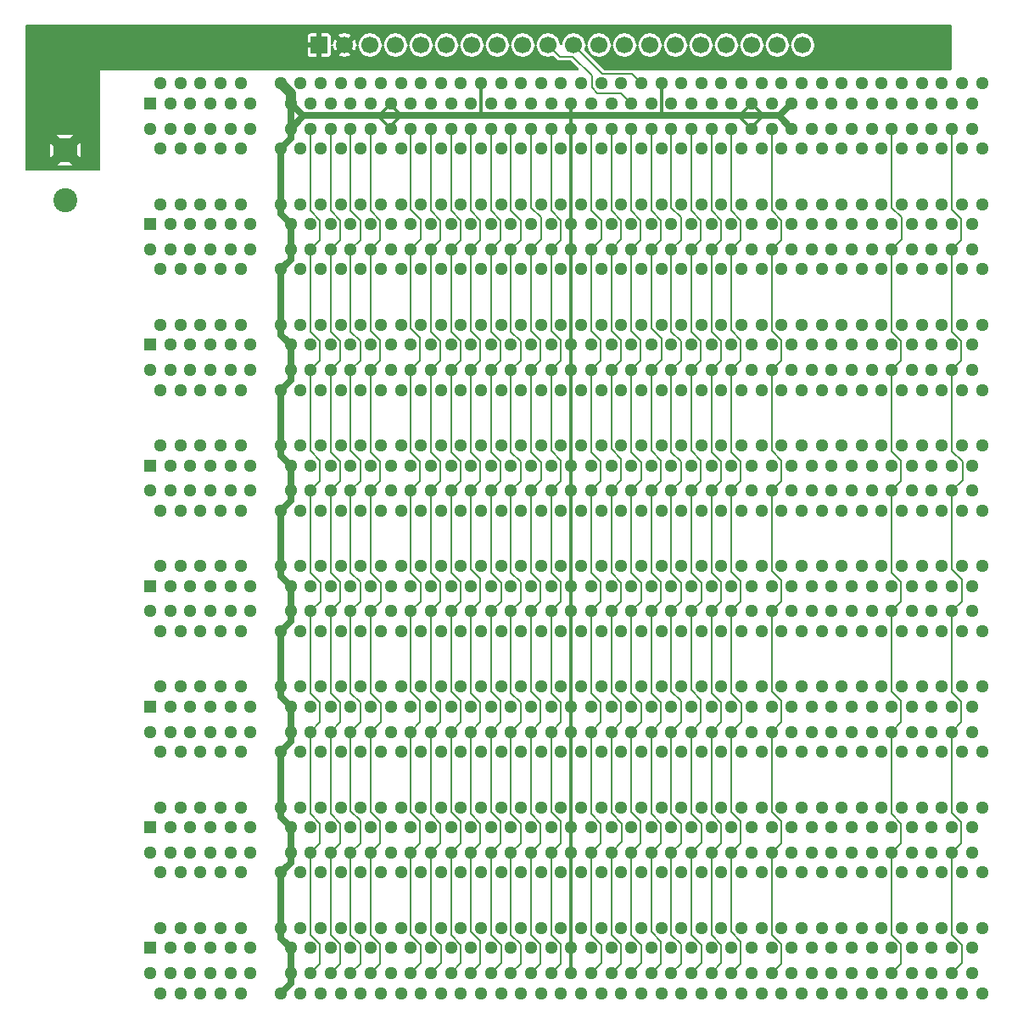
<source format=gbr>
%TF.GenerationSoftware,KiCad,Pcbnew,9.0.5*%
%TF.CreationDate,2025-11-19T18:22:51+02:00*%
%TF.ProjectId,backplane,6261636b-706c-4616-9e65-2e6b69636164,rev?*%
%TF.SameCoordinates,Original*%
%TF.FileFunction,Copper,L3,Inr*%
%TF.FilePolarity,Positive*%
%FSLAX46Y46*%
G04 Gerber Fmt 4.6, Leading zero omitted, Abs format (unit mm)*
G04 Created by KiCad (PCBNEW 9.0.5) date 2025-11-19 18:22:51*
%MOMM*%
%LPD*%
G01*
G04 APERTURE LIST*
%TA.AperFunction,ComponentPad*%
%ADD10R,1.288000X1.288000*%
%TD*%
%TA.AperFunction,ComponentPad*%
%ADD11C,1.288000*%
%TD*%
%TA.AperFunction,ComponentPad*%
%ADD12R,2.400000X2.400000*%
%TD*%
%TA.AperFunction,ComponentPad*%
%ADD13C,2.400000*%
%TD*%
%TA.AperFunction,ComponentPad*%
%ADD14R,1.700000X1.700000*%
%TD*%
%TA.AperFunction,ComponentPad*%
%ADD15C,1.700000*%
%TD*%
%TA.AperFunction,Conductor*%
%ADD16C,0.200000*%
%TD*%
%TA.AperFunction,Conductor*%
%ADD17C,0.700000*%
%TD*%
%TA.AperFunction,Conductor*%
%ADD18C,0.300000*%
%TD*%
%TA.AperFunction,Conductor*%
%ADD19C,1.000000*%
%TD*%
G04 APERTURE END LIST*
D10*
%TO.N,VCC*%
%TO.C,MOD2*%
X80000000Y-45380000D03*
D11*
X81000000Y-43380000D03*
X82000000Y-45380000D03*
X83000000Y-43380000D03*
X84000000Y-45380000D03*
%TO.N,N/C*%
X85000000Y-43380000D03*
X86000000Y-45380000D03*
X87000000Y-43380000D03*
X88000000Y-45380000D03*
X89000000Y-43380000D03*
X90000000Y-45380000D03*
%TO.N,GND*%
X93000000Y-43380000D03*
X94000000Y-45380000D03*
%TO.N,/~{LMEM}*%
X95000000Y-43380000D03*
%TO.N,/LSPH*%
X96000000Y-45380000D03*
%TO.N,/LSPL*%
X97000000Y-43380000D03*
%TO.N,/LPCH*%
X98000000Y-45380000D03*
%TO.N,/LPCL*%
X99000000Y-43380000D03*
%TO.N,/~{LARGH}*%
X100000000Y-45380000D03*
%TO.N,/~{LARGL}*%
X101000000Y-43380000D03*
%TO.N,/~{LAC}*%
X102000000Y-45380000D03*
%TO.N,/~{LXH}*%
X103000000Y-43380000D03*
%TO.N,GND*%
X104000000Y-45380000D03*
%TO.N,/~{LYL}*%
X105000000Y-43380000D03*
%TO.N,/~{LYH}*%
X106000000Y-45380000D03*
%TO.N,/~{LZL}*%
X107000000Y-43380000D03*
%TO.N,/~{LZH}*%
X108000000Y-45380000D03*
%TO.N,/~{LFR}*%
X109000000Y-43380000D03*
%TO.N,/~{LINST}*%
X110000000Y-45380000D03*
%TO.N,/LADRH*%
X111000000Y-43380000D03*
%TO.N,/LADRL*%
X112000000Y-45380000D03*
%TO.N,GND*%
X113000000Y-43380000D03*
%TO.N,/STATE0*%
X114000000Y-45380000D03*
%TO.N,/STATE1*%
X115000000Y-43380000D03*
%TO.N,/STATE2*%
X116000000Y-45380000D03*
%TO.N,/STATE3*%
X117000000Y-43380000D03*
%TO.N,/STATE4*%
X118000000Y-45380000D03*
%TO.N,/STATE5*%
X119000000Y-43380000D03*
%TO.N,/STATE6*%
X120000000Y-45380000D03*
%TO.N,/STATE7*%
X121000000Y-43380000D03*
%TO.N,GND*%
X122000000Y-45380000D03*
%TO.N,/STATE8*%
X123000000Y-43380000D03*
%TO.N,/STATE9*%
X124000000Y-45380000D03*
%TO.N,/STATE10*%
X125000000Y-43380000D03*
%TO.N,/STATE11*%
X126000000Y-45380000D03*
%TO.N,/STATE12*%
X127000000Y-43380000D03*
%TO.N,/STATE13*%
X128000000Y-45380000D03*
%TO.N,/STATE14*%
X129000000Y-43380000D03*
%TO.N,/STATE15*%
X130000000Y-45380000D03*
%TO.N,GND*%
X131000000Y-43380000D03*
%TO.N,/DATA0*%
X132000000Y-45380000D03*
%TO.N,/DATA1*%
X133000000Y-43380000D03*
%TO.N,/DATA2*%
X134000000Y-45380000D03*
%TO.N,/DATA3*%
X135000000Y-43380000D03*
%TO.N,/DATA4*%
X136000000Y-45380000D03*
%TO.N,/DATA5*%
X137000000Y-43380000D03*
%TO.N,/DATA6*%
X138000000Y-45380000D03*
%TO.N,/DATA7*%
X139000000Y-43380000D03*
%TO.N,GND*%
X140000000Y-45380000D03*
%TO.N,/ALUZO*%
X141000000Y-43380000D03*
%TO.N,/~{ALUCO}*%
X142000000Y-45380000D03*
%TO.N,/ALUSO*%
X143000000Y-43380000D03*
%TO.N,GND*%
X144000000Y-45380000D03*
X145000000Y-43380000D03*
X146000000Y-45380000D03*
X147000000Y-43380000D03*
%TO.N,/INTREQ*%
X148000000Y-45380000D03*
%TO.N,/~{WAIT}*%
X149000000Y-43380000D03*
%TO.N,/RESET*%
X150000000Y-45380000D03*
%TO.N,GND*%
X151000000Y-43380000D03*
X152000000Y-45380000D03*
X153000000Y-43380000D03*
X154000000Y-45380000D03*
X155000000Y-43380000D03*
X156000000Y-45380000D03*
X157000000Y-43380000D03*
%TO.N,N/C*%
X158000000Y-45380000D03*
X159000000Y-43380000D03*
%TO.N,/STATE16*%
X160000000Y-45380000D03*
%TO.N,N/C*%
X161000000Y-43380000D03*
X162000000Y-45380000D03*
X163000000Y-43380000D03*
%TO.N,VCC*%
X80000000Y-47880000D03*
X81000000Y-49880000D03*
X82000000Y-47880000D03*
X83000000Y-49880000D03*
X84000000Y-47880000D03*
%TO.N,N/C*%
X85000000Y-49880000D03*
X86000000Y-47880000D03*
X87000000Y-49880000D03*
X88000000Y-47880000D03*
X89000000Y-49880000D03*
X90000000Y-47880000D03*
%TO.N,GND*%
X93000000Y-49880000D03*
X94000000Y-47880000D03*
%TO.N,/~{RMEM}*%
X95000000Y-49880000D03*
%TO.N,/~{RSPH}*%
X96000000Y-47880000D03*
%TO.N,/~{RSPL}*%
X97000000Y-49880000D03*
%TO.N,/~{RPCH}*%
X98000000Y-47880000D03*
%TO.N,/~{RPCL}*%
X99000000Y-49880000D03*
%TO.N,/~{RARGH}*%
X100000000Y-47880000D03*
%TO.N,/~{RARGL}*%
X101000000Y-49880000D03*
%TO.N,/~{RAC}*%
X102000000Y-47880000D03*
%TO.N,/~{RXH}*%
X103000000Y-49880000D03*
%TO.N,GND*%
X104000000Y-47880000D03*
%TO.N,/~{RYL}*%
X105000000Y-49880000D03*
%TO.N,/~{RYH}*%
X106000000Y-47880000D03*
%TO.N,/~{RZL}*%
X107000000Y-49880000D03*
%TO.N,/~{RZH}*%
X108000000Y-47880000D03*
%TO.N,/~{RFR}*%
X109000000Y-49880000D03*
%TO.N,/~{RCONST}*%
X110000000Y-47880000D03*
%TO.N,/~{RALU}*%
X111000000Y-49880000D03*
%TO.N,/~{RINTC}*%
X112000000Y-47880000D03*
%TO.N,GND*%
X113000000Y-49880000D03*
%TO.N,/L0*%
X114000000Y-47880000D03*
%TO.N,/L1*%
X115000000Y-49880000D03*
%TO.N,/L2*%
X116000000Y-47880000D03*
%TO.N,/L3*%
X117000000Y-49880000D03*
%TO.N,/ALUM*%
X118000000Y-47880000D03*
%TO.N,/~{ALUCI}*%
X119000000Y-49880000D03*
%TO.N,/FRUpd*%
X120000000Y-47880000D03*
%TO.N,/R0*%
X121000000Y-49880000D03*
%TO.N,GND*%
X122000000Y-47880000D03*
%TO.N,/R1*%
X123000000Y-49880000D03*
%TO.N,/R2*%
X124000000Y-47880000D03*
%TO.N,/R3*%
X125000000Y-49880000D03*
%TO.N,/~{SCCLR}*%
X126000000Y-47880000D03*
%TO.N,/~{HALT}*%
X127000000Y-49880000D03*
%TO.N,/PCINC*%
X128000000Y-47880000D03*
%TO.N,/ALUS0*%
X129000000Y-49880000D03*
%TO.N,/ALUS1*%
X130000000Y-47880000D03*
%TO.N,GND*%
X131000000Y-49880000D03*
%TO.N,/ALUS2*%
X132000000Y-47880000D03*
%TO.N,/ALUS3*%
X133000000Y-49880000D03*
%TO.N,/SPDEC*%
X134000000Y-47880000D03*
%TO.N,/SPINC*%
X135000000Y-49880000D03*
%TO.N,/ACSHLEFT*%
X136000000Y-47880000D03*
%TO.N,/ACSHRIGHT*%
X137000000Y-49880000D03*
%TO.N,/INTE*%
X138000000Y-47880000D03*
%TO.N,/~{INTD}*%
X139000000Y-49880000D03*
%TO.N,GND*%
X140000000Y-47880000D03*
%TO.N,/ADRDEC*%
X141000000Y-49880000D03*
%TO.N,/ADRINC*%
X142000000Y-47880000D03*
%TO.N,GND*%
X143000000Y-49880000D03*
X144000000Y-47880000D03*
X145000000Y-49880000D03*
X146000000Y-47880000D03*
X147000000Y-49880000D03*
X148000000Y-47880000D03*
X149000000Y-49880000D03*
X150000000Y-47880000D03*
X151000000Y-49880000D03*
X152000000Y-47880000D03*
X153000000Y-49880000D03*
%TO.N,/~{CLK}*%
X154000000Y-47880000D03*
%TO.N,/PULSE*%
X155000000Y-49880000D03*
%TO.N,GND*%
X156000000Y-47880000D03*
X157000000Y-49880000D03*
%TO.N,N/C*%
X158000000Y-47880000D03*
X159000000Y-49880000D03*
%TO.N,/L4*%
X160000000Y-47880000D03*
%TO.N,/R4*%
X161000000Y-49880000D03*
%TO.N,N/C*%
X162000000Y-47880000D03*
X163000000Y-49880000D03*
%TD*%
D12*
%TO.N,GND*%
%TO.C,J1*%
X71500000Y-38000000D03*
D13*
%TO.N,VCC*%
X71500000Y-43000000D03*
%TD*%
D10*
%TO.N,VCC*%
%TO.C,MOD6*%
X80000000Y-93540000D03*
D11*
X81000000Y-91540000D03*
X82000000Y-93540000D03*
X83000000Y-91540000D03*
X84000000Y-93540000D03*
%TO.N,N/C*%
X85000000Y-91540000D03*
X86000000Y-93540000D03*
X87000000Y-91540000D03*
X88000000Y-93540000D03*
X89000000Y-91540000D03*
X90000000Y-93540000D03*
%TO.N,GND*%
X93000000Y-91540000D03*
X94000000Y-93540000D03*
%TO.N,/~{LMEM}*%
X95000000Y-91540000D03*
%TO.N,/LSPH*%
X96000000Y-93540000D03*
%TO.N,/LSPL*%
X97000000Y-91540000D03*
%TO.N,/LPCH*%
X98000000Y-93540000D03*
%TO.N,/LPCL*%
X99000000Y-91540000D03*
%TO.N,/~{LARGH}*%
X100000000Y-93540000D03*
%TO.N,/~{LARGL}*%
X101000000Y-91540000D03*
%TO.N,/~{LAC}*%
X102000000Y-93540000D03*
%TO.N,/~{LXH}*%
X103000000Y-91540000D03*
%TO.N,GND*%
X104000000Y-93540000D03*
%TO.N,/~{LYL}*%
X105000000Y-91540000D03*
%TO.N,/~{LYH}*%
X106000000Y-93540000D03*
%TO.N,/~{LZL}*%
X107000000Y-91540000D03*
%TO.N,/~{LZH}*%
X108000000Y-93540000D03*
%TO.N,/~{LFR}*%
X109000000Y-91540000D03*
%TO.N,/~{LINST}*%
X110000000Y-93540000D03*
%TO.N,/LADRH*%
X111000000Y-91540000D03*
%TO.N,/LADRL*%
X112000000Y-93540000D03*
%TO.N,GND*%
X113000000Y-91540000D03*
%TO.N,/STATE0*%
X114000000Y-93540000D03*
%TO.N,/STATE1*%
X115000000Y-91540000D03*
%TO.N,/STATE2*%
X116000000Y-93540000D03*
%TO.N,/STATE3*%
X117000000Y-91540000D03*
%TO.N,/STATE4*%
X118000000Y-93540000D03*
%TO.N,/STATE5*%
X119000000Y-91540000D03*
%TO.N,/STATE6*%
X120000000Y-93540000D03*
%TO.N,/STATE7*%
X121000000Y-91540000D03*
%TO.N,GND*%
X122000000Y-93540000D03*
%TO.N,/STATE8*%
X123000000Y-91540000D03*
%TO.N,/STATE9*%
X124000000Y-93540000D03*
%TO.N,/STATE10*%
X125000000Y-91540000D03*
%TO.N,/STATE11*%
X126000000Y-93540000D03*
%TO.N,/STATE12*%
X127000000Y-91540000D03*
%TO.N,/STATE13*%
X128000000Y-93540000D03*
%TO.N,/STATE14*%
X129000000Y-91540000D03*
%TO.N,/STATE15*%
X130000000Y-93540000D03*
%TO.N,GND*%
X131000000Y-91540000D03*
%TO.N,/DATA0*%
X132000000Y-93540000D03*
%TO.N,/DATA1*%
X133000000Y-91540000D03*
%TO.N,/DATA2*%
X134000000Y-93540000D03*
%TO.N,/DATA3*%
X135000000Y-91540000D03*
%TO.N,/DATA4*%
X136000000Y-93540000D03*
%TO.N,/DATA5*%
X137000000Y-91540000D03*
%TO.N,/DATA6*%
X138000000Y-93540000D03*
%TO.N,/DATA7*%
X139000000Y-91540000D03*
%TO.N,GND*%
X140000000Y-93540000D03*
%TO.N,/ALUZO*%
X141000000Y-91540000D03*
%TO.N,/~{ALUCO}*%
X142000000Y-93540000D03*
%TO.N,/ALUSO*%
X143000000Y-91540000D03*
%TO.N,GND*%
X144000000Y-93540000D03*
X145000000Y-91540000D03*
X146000000Y-93540000D03*
X147000000Y-91540000D03*
%TO.N,/INTREQ*%
X148000000Y-93540000D03*
%TO.N,/~{WAIT}*%
X149000000Y-91540000D03*
%TO.N,/RESET*%
X150000000Y-93540000D03*
%TO.N,GND*%
X151000000Y-91540000D03*
X152000000Y-93540000D03*
X153000000Y-91540000D03*
X154000000Y-93540000D03*
X155000000Y-91540000D03*
X156000000Y-93540000D03*
X157000000Y-91540000D03*
%TO.N,N/C*%
X158000000Y-93540000D03*
X159000000Y-91540000D03*
%TO.N,/STATE16*%
X160000000Y-93540000D03*
%TO.N,N/C*%
X161000000Y-91540000D03*
X162000000Y-93540000D03*
X163000000Y-91540000D03*
%TO.N,VCC*%
X80000000Y-96040000D03*
X81000000Y-98040000D03*
X82000000Y-96040000D03*
X83000000Y-98040000D03*
X84000000Y-96040000D03*
%TO.N,N/C*%
X85000000Y-98040000D03*
X86000000Y-96040000D03*
X87000000Y-98040000D03*
X88000000Y-96040000D03*
X89000000Y-98040000D03*
X90000000Y-96040000D03*
%TO.N,GND*%
X93000000Y-98040000D03*
X94000000Y-96040000D03*
%TO.N,/~{RMEM}*%
X95000000Y-98040000D03*
%TO.N,/~{RSPH}*%
X96000000Y-96040000D03*
%TO.N,/~{RSPL}*%
X97000000Y-98040000D03*
%TO.N,/~{RPCH}*%
X98000000Y-96040000D03*
%TO.N,/~{RPCL}*%
X99000000Y-98040000D03*
%TO.N,/~{RARGH}*%
X100000000Y-96040000D03*
%TO.N,/~{RARGL}*%
X101000000Y-98040000D03*
%TO.N,/~{RAC}*%
X102000000Y-96040000D03*
%TO.N,/~{RXH}*%
X103000000Y-98040000D03*
%TO.N,GND*%
X104000000Y-96040000D03*
%TO.N,/~{RYL}*%
X105000000Y-98040000D03*
%TO.N,/~{RYH}*%
X106000000Y-96040000D03*
%TO.N,/~{RZL}*%
X107000000Y-98040000D03*
%TO.N,/~{RZH}*%
X108000000Y-96040000D03*
%TO.N,/~{RFR}*%
X109000000Y-98040000D03*
%TO.N,/~{RCONST}*%
X110000000Y-96040000D03*
%TO.N,/~{RALU}*%
X111000000Y-98040000D03*
%TO.N,/~{RINTC}*%
X112000000Y-96040000D03*
%TO.N,GND*%
X113000000Y-98040000D03*
%TO.N,/L0*%
X114000000Y-96040000D03*
%TO.N,/L1*%
X115000000Y-98040000D03*
%TO.N,/L2*%
X116000000Y-96040000D03*
%TO.N,/L3*%
X117000000Y-98040000D03*
%TO.N,/ALUM*%
X118000000Y-96040000D03*
%TO.N,/~{ALUCI}*%
X119000000Y-98040000D03*
%TO.N,/FRUpd*%
X120000000Y-96040000D03*
%TO.N,/R0*%
X121000000Y-98040000D03*
%TO.N,GND*%
X122000000Y-96040000D03*
%TO.N,/R1*%
X123000000Y-98040000D03*
%TO.N,/R2*%
X124000000Y-96040000D03*
%TO.N,/R3*%
X125000000Y-98040000D03*
%TO.N,/~{SCCLR}*%
X126000000Y-96040000D03*
%TO.N,/~{HALT}*%
X127000000Y-98040000D03*
%TO.N,/PCINC*%
X128000000Y-96040000D03*
%TO.N,/ALUS0*%
X129000000Y-98040000D03*
%TO.N,/ALUS1*%
X130000000Y-96040000D03*
%TO.N,GND*%
X131000000Y-98040000D03*
%TO.N,/ALUS2*%
X132000000Y-96040000D03*
%TO.N,/ALUS3*%
X133000000Y-98040000D03*
%TO.N,/SPDEC*%
X134000000Y-96040000D03*
%TO.N,/SPINC*%
X135000000Y-98040000D03*
%TO.N,/ACSHLEFT*%
X136000000Y-96040000D03*
%TO.N,/ACSHRIGHT*%
X137000000Y-98040000D03*
%TO.N,/INTE*%
X138000000Y-96040000D03*
%TO.N,/~{INTD}*%
X139000000Y-98040000D03*
%TO.N,GND*%
X140000000Y-96040000D03*
%TO.N,/ADRDEC*%
X141000000Y-98040000D03*
%TO.N,/ADRINC*%
X142000000Y-96040000D03*
%TO.N,GND*%
X143000000Y-98040000D03*
X144000000Y-96040000D03*
X145000000Y-98040000D03*
X146000000Y-96040000D03*
X147000000Y-98040000D03*
X148000000Y-96040000D03*
X149000000Y-98040000D03*
X150000000Y-96040000D03*
X151000000Y-98040000D03*
X152000000Y-96040000D03*
X153000000Y-98040000D03*
%TO.N,/~{CLK}*%
X154000000Y-96040000D03*
%TO.N,/PULSE*%
X155000000Y-98040000D03*
%TO.N,GND*%
X156000000Y-96040000D03*
X157000000Y-98040000D03*
%TO.N,N/C*%
X158000000Y-96040000D03*
X159000000Y-98040000D03*
%TO.N,/L4*%
X160000000Y-96040000D03*
%TO.N,/R4*%
X161000000Y-98040000D03*
%TO.N,N/C*%
X162000000Y-96040000D03*
X163000000Y-98040000D03*
%TD*%
D10*
%TO.N,VCC*%
%TO.C,MOD7*%
X80000000Y-105580000D03*
D11*
X81000000Y-103580000D03*
X82000000Y-105580000D03*
X83000000Y-103580000D03*
X84000000Y-105580000D03*
%TO.N,N/C*%
X85000000Y-103580000D03*
X86000000Y-105580000D03*
X87000000Y-103580000D03*
X88000000Y-105580000D03*
X89000000Y-103580000D03*
X90000000Y-105580000D03*
%TO.N,GND*%
X93000000Y-103580000D03*
X94000000Y-105580000D03*
%TO.N,/~{LMEM}*%
X95000000Y-103580000D03*
%TO.N,/LSPH*%
X96000000Y-105580000D03*
%TO.N,/LSPL*%
X97000000Y-103580000D03*
%TO.N,/LPCH*%
X98000000Y-105580000D03*
%TO.N,/LPCL*%
X99000000Y-103580000D03*
%TO.N,/~{LARGH}*%
X100000000Y-105580000D03*
%TO.N,/~{LARGL}*%
X101000000Y-103580000D03*
%TO.N,/~{LAC}*%
X102000000Y-105580000D03*
%TO.N,/~{LXH}*%
X103000000Y-103580000D03*
%TO.N,GND*%
X104000000Y-105580000D03*
%TO.N,/~{LYL}*%
X105000000Y-103580000D03*
%TO.N,/~{LYH}*%
X106000000Y-105580000D03*
%TO.N,/~{LZL}*%
X107000000Y-103580000D03*
%TO.N,/~{LZH}*%
X108000000Y-105580000D03*
%TO.N,/~{LFR}*%
X109000000Y-103580000D03*
%TO.N,/~{LINST}*%
X110000000Y-105580000D03*
%TO.N,/LADRH*%
X111000000Y-103580000D03*
%TO.N,/LADRL*%
X112000000Y-105580000D03*
%TO.N,GND*%
X113000000Y-103580000D03*
%TO.N,/STATE0*%
X114000000Y-105580000D03*
%TO.N,/STATE1*%
X115000000Y-103580000D03*
%TO.N,/STATE2*%
X116000000Y-105580000D03*
%TO.N,/STATE3*%
X117000000Y-103580000D03*
%TO.N,/STATE4*%
X118000000Y-105580000D03*
%TO.N,/STATE5*%
X119000000Y-103580000D03*
%TO.N,/STATE6*%
X120000000Y-105580000D03*
%TO.N,/STATE7*%
X121000000Y-103580000D03*
%TO.N,GND*%
X122000000Y-105580000D03*
%TO.N,/STATE8*%
X123000000Y-103580000D03*
%TO.N,/STATE9*%
X124000000Y-105580000D03*
%TO.N,/STATE10*%
X125000000Y-103580000D03*
%TO.N,/STATE11*%
X126000000Y-105580000D03*
%TO.N,/STATE12*%
X127000000Y-103580000D03*
%TO.N,/STATE13*%
X128000000Y-105580000D03*
%TO.N,/STATE14*%
X129000000Y-103580000D03*
%TO.N,/STATE15*%
X130000000Y-105580000D03*
%TO.N,GND*%
X131000000Y-103580000D03*
%TO.N,/DATA0*%
X132000000Y-105580000D03*
%TO.N,/DATA1*%
X133000000Y-103580000D03*
%TO.N,/DATA2*%
X134000000Y-105580000D03*
%TO.N,/DATA3*%
X135000000Y-103580000D03*
%TO.N,/DATA4*%
X136000000Y-105580000D03*
%TO.N,/DATA5*%
X137000000Y-103580000D03*
%TO.N,/DATA6*%
X138000000Y-105580000D03*
%TO.N,/DATA7*%
X139000000Y-103580000D03*
%TO.N,GND*%
X140000000Y-105580000D03*
%TO.N,/ALUZO*%
X141000000Y-103580000D03*
%TO.N,/~{ALUCO}*%
X142000000Y-105580000D03*
%TO.N,/ALUSO*%
X143000000Y-103580000D03*
%TO.N,GND*%
X144000000Y-105580000D03*
X145000000Y-103580000D03*
X146000000Y-105580000D03*
X147000000Y-103580000D03*
%TO.N,/INTREQ*%
X148000000Y-105580000D03*
%TO.N,/~{WAIT}*%
X149000000Y-103580000D03*
%TO.N,/RESET*%
X150000000Y-105580000D03*
%TO.N,GND*%
X151000000Y-103580000D03*
X152000000Y-105580000D03*
X153000000Y-103580000D03*
X154000000Y-105580000D03*
X155000000Y-103580000D03*
X156000000Y-105580000D03*
X157000000Y-103580000D03*
%TO.N,N/C*%
X158000000Y-105580000D03*
X159000000Y-103580000D03*
%TO.N,/STATE16*%
X160000000Y-105580000D03*
%TO.N,N/C*%
X161000000Y-103580000D03*
X162000000Y-105580000D03*
X163000000Y-103580000D03*
%TO.N,VCC*%
X80000000Y-108080000D03*
X81000000Y-110080000D03*
X82000000Y-108080000D03*
X83000000Y-110080000D03*
X84000000Y-108080000D03*
%TO.N,N/C*%
X85000000Y-110080000D03*
X86000000Y-108080000D03*
X87000000Y-110080000D03*
X88000000Y-108080000D03*
X89000000Y-110080000D03*
X90000000Y-108080000D03*
%TO.N,GND*%
X93000000Y-110080000D03*
X94000000Y-108080000D03*
%TO.N,/~{RMEM}*%
X95000000Y-110080000D03*
%TO.N,/~{RSPH}*%
X96000000Y-108080000D03*
%TO.N,/~{RSPL}*%
X97000000Y-110080000D03*
%TO.N,/~{RPCH}*%
X98000000Y-108080000D03*
%TO.N,/~{RPCL}*%
X99000000Y-110080000D03*
%TO.N,/~{RARGH}*%
X100000000Y-108080000D03*
%TO.N,/~{RARGL}*%
X101000000Y-110080000D03*
%TO.N,/~{RAC}*%
X102000000Y-108080000D03*
%TO.N,/~{RXH}*%
X103000000Y-110080000D03*
%TO.N,GND*%
X104000000Y-108080000D03*
%TO.N,/~{RYL}*%
X105000000Y-110080000D03*
%TO.N,/~{RYH}*%
X106000000Y-108080000D03*
%TO.N,/~{RZL}*%
X107000000Y-110080000D03*
%TO.N,/~{RZH}*%
X108000000Y-108080000D03*
%TO.N,/~{RFR}*%
X109000000Y-110080000D03*
%TO.N,/~{RCONST}*%
X110000000Y-108080000D03*
%TO.N,/~{RALU}*%
X111000000Y-110080000D03*
%TO.N,/~{RINTC}*%
X112000000Y-108080000D03*
%TO.N,GND*%
X113000000Y-110080000D03*
%TO.N,/L0*%
X114000000Y-108080000D03*
%TO.N,/L1*%
X115000000Y-110080000D03*
%TO.N,/L2*%
X116000000Y-108080000D03*
%TO.N,/L3*%
X117000000Y-110080000D03*
%TO.N,/ALUM*%
X118000000Y-108080000D03*
%TO.N,/~{ALUCI}*%
X119000000Y-110080000D03*
%TO.N,/FRUpd*%
X120000000Y-108080000D03*
%TO.N,/R0*%
X121000000Y-110080000D03*
%TO.N,GND*%
X122000000Y-108080000D03*
%TO.N,/R1*%
X123000000Y-110080000D03*
%TO.N,/R2*%
X124000000Y-108080000D03*
%TO.N,/R3*%
X125000000Y-110080000D03*
%TO.N,/~{SCCLR}*%
X126000000Y-108080000D03*
%TO.N,/~{HALT}*%
X127000000Y-110080000D03*
%TO.N,/PCINC*%
X128000000Y-108080000D03*
%TO.N,/ALUS0*%
X129000000Y-110080000D03*
%TO.N,/ALUS1*%
X130000000Y-108080000D03*
%TO.N,GND*%
X131000000Y-110080000D03*
%TO.N,/ALUS2*%
X132000000Y-108080000D03*
%TO.N,/ALUS3*%
X133000000Y-110080000D03*
%TO.N,/SPDEC*%
X134000000Y-108080000D03*
%TO.N,/SPINC*%
X135000000Y-110080000D03*
%TO.N,/ACSHLEFT*%
X136000000Y-108080000D03*
%TO.N,/ACSHRIGHT*%
X137000000Y-110080000D03*
%TO.N,/INTE*%
X138000000Y-108080000D03*
%TO.N,/~{INTD}*%
X139000000Y-110080000D03*
%TO.N,GND*%
X140000000Y-108080000D03*
%TO.N,/ADRDEC*%
X141000000Y-110080000D03*
%TO.N,/ADRINC*%
X142000000Y-108080000D03*
%TO.N,GND*%
X143000000Y-110080000D03*
X144000000Y-108080000D03*
X145000000Y-110080000D03*
X146000000Y-108080000D03*
X147000000Y-110080000D03*
X148000000Y-108080000D03*
X149000000Y-110080000D03*
X150000000Y-108080000D03*
X151000000Y-110080000D03*
X152000000Y-108080000D03*
X153000000Y-110080000D03*
%TO.N,/~{CLK}*%
X154000000Y-108080000D03*
%TO.N,/PULSE*%
X155000000Y-110080000D03*
%TO.N,GND*%
X156000000Y-108080000D03*
X157000000Y-110080000D03*
%TO.N,N/C*%
X158000000Y-108080000D03*
X159000000Y-110080000D03*
%TO.N,/L4*%
X160000000Y-108080000D03*
%TO.N,/R4*%
X161000000Y-110080000D03*
%TO.N,N/C*%
X162000000Y-108080000D03*
X163000000Y-110080000D03*
%TD*%
D10*
%TO.N,VCC*%
%TO.C,MOD5*%
X80000000Y-81500000D03*
D11*
X81000000Y-79500000D03*
X82000000Y-81500000D03*
X83000000Y-79500000D03*
X84000000Y-81500000D03*
%TO.N,N/C*%
X85000000Y-79500000D03*
X86000000Y-81500000D03*
X87000000Y-79500000D03*
X88000000Y-81500000D03*
X89000000Y-79500000D03*
X90000000Y-81500000D03*
%TO.N,GND*%
X93000000Y-79500000D03*
X94000000Y-81500000D03*
%TO.N,/~{LMEM}*%
X95000000Y-79500000D03*
%TO.N,/LSPH*%
X96000000Y-81500000D03*
%TO.N,/LSPL*%
X97000000Y-79500000D03*
%TO.N,/LPCH*%
X98000000Y-81500000D03*
%TO.N,/LPCL*%
X99000000Y-79500000D03*
%TO.N,/~{LARGH}*%
X100000000Y-81500000D03*
%TO.N,/~{LARGL}*%
X101000000Y-79500000D03*
%TO.N,/~{LAC}*%
X102000000Y-81500000D03*
%TO.N,/~{LXH}*%
X103000000Y-79500000D03*
%TO.N,GND*%
X104000000Y-81500000D03*
%TO.N,/~{LYL}*%
X105000000Y-79500000D03*
%TO.N,/~{LYH}*%
X106000000Y-81500000D03*
%TO.N,/~{LZL}*%
X107000000Y-79500000D03*
%TO.N,/~{LZH}*%
X108000000Y-81500000D03*
%TO.N,/~{LFR}*%
X109000000Y-79500000D03*
%TO.N,/~{LINST}*%
X110000000Y-81500000D03*
%TO.N,/LADRH*%
X111000000Y-79500000D03*
%TO.N,/LADRL*%
X112000000Y-81500000D03*
%TO.N,GND*%
X113000000Y-79500000D03*
%TO.N,/STATE0*%
X114000000Y-81500000D03*
%TO.N,/STATE1*%
X115000000Y-79500000D03*
%TO.N,/STATE2*%
X116000000Y-81500000D03*
%TO.N,/STATE3*%
X117000000Y-79500000D03*
%TO.N,/STATE4*%
X118000000Y-81500000D03*
%TO.N,/STATE5*%
X119000000Y-79500000D03*
%TO.N,/STATE6*%
X120000000Y-81500000D03*
%TO.N,/STATE7*%
X121000000Y-79500000D03*
%TO.N,GND*%
X122000000Y-81500000D03*
%TO.N,/STATE8*%
X123000000Y-79500000D03*
%TO.N,/STATE9*%
X124000000Y-81500000D03*
%TO.N,/STATE10*%
X125000000Y-79500000D03*
%TO.N,/STATE11*%
X126000000Y-81500000D03*
%TO.N,/STATE12*%
X127000000Y-79500000D03*
%TO.N,/STATE13*%
X128000000Y-81500000D03*
%TO.N,/STATE14*%
X129000000Y-79500000D03*
%TO.N,/STATE15*%
X130000000Y-81500000D03*
%TO.N,GND*%
X131000000Y-79500000D03*
%TO.N,/DATA0*%
X132000000Y-81500000D03*
%TO.N,/DATA1*%
X133000000Y-79500000D03*
%TO.N,/DATA2*%
X134000000Y-81500000D03*
%TO.N,/DATA3*%
X135000000Y-79500000D03*
%TO.N,/DATA4*%
X136000000Y-81500000D03*
%TO.N,/DATA5*%
X137000000Y-79500000D03*
%TO.N,/DATA6*%
X138000000Y-81500000D03*
%TO.N,/DATA7*%
X139000000Y-79500000D03*
%TO.N,GND*%
X140000000Y-81500000D03*
%TO.N,/ALUZO*%
X141000000Y-79500000D03*
%TO.N,/~{ALUCO}*%
X142000000Y-81500000D03*
%TO.N,/ALUSO*%
X143000000Y-79500000D03*
%TO.N,GND*%
X144000000Y-81500000D03*
X145000000Y-79500000D03*
X146000000Y-81500000D03*
X147000000Y-79500000D03*
%TO.N,/INTREQ*%
X148000000Y-81500000D03*
%TO.N,/~{WAIT}*%
X149000000Y-79500000D03*
%TO.N,/RESET*%
X150000000Y-81500000D03*
%TO.N,GND*%
X151000000Y-79500000D03*
X152000000Y-81500000D03*
X153000000Y-79500000D03*
X154000000Y-81500000D03*
X155000000Y-79500000D03*
X156000000Y-81500000D03*
X157000000Y-79500000D03*
%TO.N,N/C*%
X158000000Y-81500000D03*
X159000000Y-79500000D03*
%TO.N,/STATE16*%
X160000000Y-81500000D03*
%TO.N,N/C*%
X161000000Y-79500000D03*
X162000000Y-81500000D03*
X163000000Y-79500000D03*
%TO.N,VCC*%
X80000000Y-84000000D03*
X81000000Y-86000000D03*
X82000000Y-84000000D03*
X83000000Y-86000000D03*
X84000000Y-84000000D03*
%TO.N,N/C*%
X85000000Y-86000000D03*
X86000000Y-84000000D03*
X87000000Y-86000000D03*
X88000000Y-84000000D03*
X89000000Y-86000000D03*
X90000000Y-84000000D03*
%TO.N,GND*%
X93000000Y-86000000D03*
X94000000Y-84000000D03*
%TO.N,/~{RMEM}*%
X95000000Y-86000000D03*
%TO.N,/~{RSPH}*%
X96000000Y-84000000D03*
%TO.N,/~{RSPL}*%
X97000000Y-86000000D03*
%TO.N,/~{RPCH}*%
X98000000Y-84000000D03*
%TO.N,/~{RPCL}*%
X99000000Y-86000000D03*
%TO.N,/~{RARGH}*%
X100000000Y-84000000D03*
%TO.N,/~{RARGL}*%
X101000000Y-86000000D03*
%TO.N,/~{RAC}*%
X102000000Y-84000000D03*
%TO.N,/~{RXH}*%
X103000000Y-86000000D03*
%TO.N,GND*%
X104000000Y-84000000D03*
%TO.N,/~{RYL}*%
X105000000Y-86000000D03*
%TO.N,/~{RYH}*%
X106000000Y-84000000D03*
%TO.N,/~{RZL}*%
X107000000Y-86000000D03*
%TO.N,/~{RZH}*%
X108000000Y-84000000D03*
%TO.N,/~{RFR}*%
X109000000Y-86000000D03*
%TO.N,/~{RCONST}*%
X110000000Y-84000000D03*
%TO.N,/~{RALU}*%
X111000000Y-86000000D03*
%TO.N,/~{RINTC}*%
X112000000Y-84000000D03*
%TO.N,GND*%
X113000000Y-86000000D03*
%TO.N,/L0*%
X114000000Y-84000000D03*
%TO.N,/L1*%
X115000000Y-86000000D03*
%TO.N,/L2*%
X116000000Y-84000000D03*
%TO.N,/L3*%
X117000000Y-86000000D03*
%TO.N,/ALUM*%
X118000000Y-84000000D03*
%TO.N,/~{ALUCI}*%
X119000000Y-86000000D03*
%TO.N,/FRUpd*%
X120000000Y-84000000D03*
%TO.N,/R0*%
X121000000Y-86000000D03*
%TO.N,GND*%
X122000000Y-84000000D03*
%TO.N,/R1*%
X123000000Y-86000000D03*
%TO.N,/R2*%
X124000000Y-84000000D03*
%TO.N,/R3*%
X125000000Y-86000000D03*
%TO.N,/~{SCCLR}*%
X126000000Y-84000000D03*
%TO.N,/~{HALT}*%
X127000000Y-86000000D03*
%TO.N,/PCINC*%
X128000000Y-84000000D03*
%TO.N,/ALUS0*%
X129000000Y-86000000D03*
%TO.N,/ALUS1*%
X130000000Y-84000000D03*
%TO.N,GND*%
X131000000Y-86000000D03*
%TO.N,/ALUS2*%
X132000000Y-84000000D03*
%TO.N,/ALUS3*%
X133000000Y-86000000D03*
%TO.N,/SPDEC*%
X134000000Y-84000000D03*
%TO.N,/SPINC*%
X135000000Y-86000000D03*
%TO.N,/ACSHLEFT*%
X136000000Y-84000000D03*
%TO.N,/ACSHRIGHT*%
X137000000Y-86000000D03*
%TO.N,/INTE*%
X138000000Y-84000000D03*
%TO.N,/~{INTD}*%
X139000000Y-86000000D03*
%TO.N,GND*%
X140000000Y-84000000D03*
%TO.N,/ADRDEC*%
X141000000Y-86000000D03*
%TO.N,/ADRINC*%
X142000000Y-84000000D03*
%TO.N,GND*%
X143000000Y-86000000D03*
X144000000Y-84000000D03*
X145000000Y-86000000D03*
X146000000Y-84000000D03*
X147000000Y-86000000D03*
X148000000Y-84000000D03*
X149000000Y-86000000D03*
X150000000Y-84000000D03*
X151000000Y-86000000D03*
X152000000Y-84000000D03*
X153000000Y-86000000D03*
%TO.N,/~{CLK}*%
X154000000Y-84000000D03*
%TO.N,/PULSE*%
X155000000Y-86000000D03*
%TO.N,GND*%
X156000000Y-84000000D03*
X157000000Y-86000000D03*
%TO.N,N/C*%
X158000000Y-84000000D03*
X159000000Y-86000000D03*
%TO.N,/L4*%
X160000000Y-84000000D03*
%TO.N,/R4*%
X161000000Y-86000000D03*
%TO.N,N/C*%
X162000000Y-84000000D03*
X163000000Y-86000000D03*
%TD*%
D10*
%TO.N,VCC*%
%TO.C,MOD4*%
X80000000Y-69460000D03*
D11*
X81000000Y-67460000D03*
X82000000Y-69460000D03*
X83000000Y-67460000D03*
X84000000Y-69460000D03*
%TO.N,N/C*%
X85000000Y-67460000D03*
X86000000Y-69460000D03*
X87000000Y-67460000D03*
X88000000Y-69460000D03*
X89000000Y-67460000D03*
X90000000Y-69460000D03*
%TO.N,GND*%
X93000000Y-67460000D03*
X94000000Y-69460000D03*
%TO.N,/~{LMEM}*%
X95000000Y-67460000D03*
%TO.N,/LSPH*%
X96000000Y-69460000D03*
%TO.N,/LSPL*%
X97000000Y-67460000D03*
%TO.N,/LPCH*%
X98000000Y-69460000D03*
%TO.N,/LPCL*%
X99000000Y-67460000D03*
%TO.N,/~{LARGH}*%
X100000000Y-69460000D03*
%TO.N,/~{LARGL}*%
X101000000Y-67460000D03*
%TO.N,/~{LAC}*%
X102000000Y-69460000D03*
%TO.N,/~{LXH}*%
X103000000Y-67460000D03*
%TO.N,GND*%
X104000000Y-69460000D03*
%TO.N,/~{LYL}*%
X105000000Y-67460000D03*
%TO.N,/~{LYH}*%
X106000000Y-69460000D03*
%TO.N,/~{LZL}*%
X107000000Y-67460000D03*
%TO.N,/~{LZH}*%
X108000000Y-69460000D03*
%TO.N,/~{LFR}*%
X109000000Y-67460000D03*
%TO.N,/~{LINST}*%
X110000000Y-69460000D03*
%TO.N,/LADRH*%
X111000000Y-67460000D03*
%TO.N,/LADRL*%
X112000000Y-69460000D03*
%TO.N,GND*%
X113000000Y-67460000D03*
%TO.N,/STATE0*%
X114000000Y-69460000D03*
%TO.N,/STATE1*%
X115000000Y-67460000D03*
%TO.N,/STATE2*%
X116000000Y-69460000D03*
%TO.N,/STATE3*%
X117000000Y-67460000D03*
%TO.N,/STATE4*%
X118000000Y-69460000D03*
%TO.N,/STATE5*%
X119000000Y-67460000D03*
%TO.N,/STATE6*%
X120000000Y-69460000D03*
%TO.N,/STATE7*%
X121000000Y-67460000D03*
%TO.N,GND*%
X122000000Y-69460000D03*
%TO.N,/STATE8*%
X123000000Y-67460000D03*
%TO.N,/STATE9*%
X124000000Y-69460000D03*
%TO.N,/STATE10*%
X125000000Y-67460000D03*
%TO.N,/STATE11*%
X126000000Y-69460000D03*
%TO.N,/STATE12*%
X127000000Y-67460000D03*
%TO.N,/STATE13*%
X128000000Y-69460000D03*
%TO.N,/STATE14*%
X129000000Y-67460000D03*
%TO.N,/STATE15*%
X130000000Y-69460000D03*
%TO.N,GND*%
X131000000Y-67460000D03*
%TO.N,/DATA0*%
X132000000Y-69460000D03*
%TO.N,/DATA1*%
X133000000Y-67460000D03*
%TO.N,/DATA2*%
X134000000Y-69460000D03*
%TO.N,/DATA3*%
X135000000Y-67460000D03*
%TO.N,/DATA4*%
X136000000Y-69460000D03*
%TO.N,/DATA5*%
X137000000Y-67460000D03*
%TO.N,/DATA6*%
X138000000Y-69460000D03*
%TO.N,/DATA7*%
X139000000Y-67460000D03*
%TO.N,GND*%
X140000000Y-69460000D03*
%TO.N,/ALUZO*%
X141000000Y-67460000D03*
%TO.N,/~{ALUCO}*%
X142000000Y-69460000D03*
%TO.N,/ALUSO*%
X143000000Y-67460000D03*
%TO.N,GND*%
X144000000Y-69460000D03*
X145000000Y-67460000D03*
X146000000Y-69460000D03*
X147000000Y-67460000D03*
%TO.N,/INTREQ*%
X148000000Y-69460000D03*
%TO.N,/~{WAIT}*%
X149000000Y-67460000D03*
%TO.N,/RESET*%
X150000000Y-69460000D03*
%TO.N,GND*%
X151000000Y-67460000D03*
X152000000Y-69460000D03*
X153000000Y-67460000D03*
X154000000Y-69460000D03*
X155000000Y-67460000D03*
X156000000Y-69460000D03*
X157000000Y-67460000D03*
%TO.N,N/C*%
X158000000Y-69460000D03*
X159000000Y-67460000D03*
%TO.N,/STATE16*%
X160000000Y-69460000D03*
%TO.N,N/C*%
X161000000Y-67460000D03*
X162000000Y-69460000D03*
X163000000Y-67460000D03*
%TO.N,VCC*%
X80000000Y-71960000D03*
X81000000Y-73960000D03*
X82000000Y-71960000D03*
X83000000Y-73960000D03*
X84000000Y-71960000D03*
%TO.N,N/C*%
X85000000Y-73960000D03*
X86000000Y-71960000D03*
X87000000Y-73960000D03*
X88000000Y-71960000D03*
X89000000Y-73960000D03*
X90000000Y-71960000D03*
%TO.N,GND*%
X93000000Y-73960000D03*
X94000000Y-71960000D03*
%TO.N,/~{RMEM}*%
X95000000Y-73960000D03*
%TO.N,/~{RSPH}*%
X96000000Y-71960000D03*
%TO.N,/~{RSPL}*%
X97000000Y-73960000D03*
%TO.N,/~{RPCH}*%
X98000000Y-71960000D03*
%TO.N,/~{RPCL}*%
X99000000Y-73960000D03*
%TO.N,/~{RARGH}*%
X100000000Y-71960000D03*
%TO.N,/~{RARGL}*%
X101000000Y-73960000D03*
%TO.N,/~{RAC}*%
X102000000Y-71960000D03*
%TO.N,/~{RXH}*%
X103000000Y-73960000D03*
%TO.N,GND*%
X104000000Y-71960000D03*
%TO.N,/~{RYL}*%
X105000000Y-73960000D03*
%TO.N,/~{RYH}*%
X106000000Y-71960000D03*
%TO.N,/~{RZL}*%
X107000000Y-73960000D03*
%TO.N,/~{RZH}*%
X108000000Y-71960000D03*
%TO.N,/~{RFR}*%
X109000000Y-73960000D03*
%TO.N,/~{RCONST}*%
X110000000Y-71960000D03*
%TO.N,/~{RALU}*%
X111000000Y-73960000D03*
%TO.N,/~{RINTC}*%
X112000000Y-71960000D03*
%TO.N,GND*%
X113000000Y-73960000D03*
%TO.N,/L0*%
X114000000Y-71960000D03*
%TO.N,/L1*%
X115000000Y-73960000D03*
%TO.N,/L2*%
X116000000Y-71960000D03*
%TO.N,/L3*%
X117000000Y-73960000D03*
%TO.N,/ALUM*%
X118000000Y-71960000D03*
%TO.N,/~{ALUCI}*%
X119000000Y-73960000D03*
%TO.N,/FRUpd*%
X120000000Y-71960000D03*
%TO.N,/R0*%
X121000000Y-73960000D03*
%TO.N,GND*%
X122000000Y-71960000D03*
%TO.N,/R1*%
X123000000Y-73960000D03*
%TO.N,/R2*%
X124000000Y-71960000D03*
%TO.N,/R3*%
X125000000Y-73960000D03*
%TO.N,/~{SCCLR}*%
X126000000Y-71960000D03*
%TO.N,/~{HALT}*%
X127000000Y-73960000D03*
%TO.N,/PCINC*%
X128000000Y-71960000D03*
%TO.N,/ALUS0*%
X129000000Y-73960000D03*
%TO.N,/ALUS1*%
X130000000Y-71960000D03*
%TO.N,GND*%
X131000000Y-73960000D03*
%TO.N,/ALUS2*%
X132000000Y-71960000D03*
%TO.N,/ALUS3*%
X133000000Y-73960000D03*
%TO.N,/SPDEC*%
X134000000Y-71960000D03*
%TO.N,/SPINC*%
X135000000Y-73960000D03*
%TO.N,/ACSHLEFT*%
X136000000Y-71960000D03*
%TO.N,/ACSHRIGHT*%
X137000000Y-73960000D03*
%TO.N,/INTE*%
X138000000Y-71960000D03*
%TO.N,/~{INTD}*%
X139000000Y-73960000D03*
%TO.N,GND*%
X140000000Y-71960000D03*
%TO.N,/ADRDEC*%
X141000000Y-73960000D03*
%TO.N,/ADRINC*%
X142000000Y-71960000D03*
%TO.N,GND*%
X143000000Y-73960000D03*
X144000000Y-71960000D03*
X145000000Y-73960000D03*
X146000000Y-71960000D03*
X147000000Y-73960000D03*
X148000000Y-71960000D03*
X149000000Y-73960000D03*
X150000000Y-71960000D03*
X151000000Y-73960000D03*
X152000000Y-71960000D03*
X153000000Y-73960000D03*
%TO.N,/~{CLK}*%
X154000000Y-71960000D03*
%TO.N,/PULSE*%
X155000000Y-73960000D03*
%TO.N,GND*%
X156000000Y-71960000D03*
X157000000Y-73960000D03*
%TO.N,N/C*%
X158000000Y-71960000D03*
X159000000Y-73960000D03*
%TO.N,/L4*%
X160000000Y-71960000D03*
%TO.N,/R4*%
X161000000Y-73960000D03*
%TO.N,N/C*%
X162000000Y-71960000D03*
X163000000Y-73960000D03*
%TD*%
D10*
%TO.N,VCC*%
%TO.C,MOD8*%
X80000000Y-117620000D03*
D11*
X81000000Y-115620000D03*
X82000000Y-117620000D03*
X83000000Y-115620000D03*
X84000000Y-117620000D03*
%TO.N,N/C*%
X85000000Y-115620000D03*
X86000000Y-117620000D03*
X87000000Y-115620000D03*
X88000000Y-117620000D03*
X89000000Y-115620000D03*
X90000000Y-117620000D03*
%TO.N,GND*%
X93000000Y-115620000D03*
X94000000Y-117620000D03*
%TO.N,/~{LMEM}*%
X95000000Y-115620000D03*
%TO.N,/LSPH*%
X96000000Y-117620000D03*
%TO.N,/LSPL*%
X97000000Y-115620000D03*
%TO.N,/LPCH*%
X98000000Y-117620000D03*
%TO.N,/LPCL*%
X99000000Y-115620000D03*
%TO.N,/~{LARGH}*%
X100000000Y-117620000D03*
%TO.N,/~{LARGL}*%
X101000000Y-115620000D03*
%TO.N,/~{LAC}*%
X102000000Y-117620000D03*
%TO.N,/~{LXH}*%
X103000000Y-115620000D03*
%TO.N,GND*%
X104000000Y-117620000D03*
%TO.N,/~{LYL}*%
X105000000Y-115620000D03*
%TO.N,/~{LYH}*%
X106000000Y-117620000D03*
%TO.N,/~{LZL}*%
X107000000Y-115620000D03*
%TO.N,/~{LZH}*%
X108000000Y-117620000D03*
%TO.N,/~{LFR}*%
X109000000Y-115620000D03*
%TO.N,/~{LINST}*%
X110000000Y-117620000D03*
%TO.N,/LADRH*%
X111000000Y-115620000D03*
%TO.N,/LADRL*%
X112000000Y-117620000D03*
%TO.N,GND*%
X113000000Y-115620000D03*
%TO.N,/STATE0*%
X114000000Y-117620000D03*
%TO.N,/STATE1*%
X115000000Y-115620000D03*
%TO.N,/STATE2*%
X116000000Y-117620000D03*
%TO.N,/STATE3*%
X117000000Y-115620000D03*
%TO.N,/STATE4*%
X118000000Y-117620000D03*
%TO.N,/STATE5*%
X119000000Y-115620000D03*
%TO.N,/STATE6*%
X120000000Y-117620000D03*
%TO.N,/STATE7*%
X121000000Y-115620000D03*
%TO.N,GND*%
X122000000Y-117620000D03*
%TO.N,/STATE8*%
X123000000Y-115620000D03*
%TO.N,/STATE9*%
X124000000Y-117620000D03*
%TO.N,/STATE10*%
X125000000Y-115620000D03*
%TO.N,/STATE11*%
X126000000Y-117620000D03*
%TO.N,/STATE12*%
X127000000Y-115620000D03*
%TO.N,/STATE13*%
X128000000Y-117620000D03*
%TO.N,/STATE14*%
X129000000Y-115620000D03*
%TO.N,/STATE15*%
X130000000Y-117620000D03*
%TO.N,GND*%
X131000000Y-115620000D03*
%TO.N,/DATA0*%
X132000000Y-117620000D03*
%TO.N,/DATA1*%
X133000000Y-115620000D03*
%TO.N,/DATA2*%
X134000000Y-117620000D03*
%TO.N,/DATA3*%
X135000000Y-115620000D03*
%TO.N,/DATA4*%
X136000000Y-117620000D03*
%TO.N,/DATA5*%
X137000000Y-115620000D03*
%TO.N,/DATA6*%
X138000000Y-117620000D03*
%TO.N,/DATA7*%
X139000000Y-115620000D03*
%TO.N,GND*%
X140000000Y-117620000D03*
%TO.N,/ALUZO*%
X141000000Y-115620000D03*
%TO.N,/~{ALUCO}*%
X142000000Y-117620000D03*
%TO.N,/ALUSO*%
X143000000Y-115620000D03*
%TO.N,GND*%
X144000000Y-117620000D03*
X145000000Y-115620000D03*
X146000000Y-117620000D03*
X147000000Y-115620000D03*
%TO.N,/INTREQ*%
X148000000Y-117620000D03*
%TO.N,/~{WAIT}*%
X149000000Y-115620000D03*
%TO.N,/RESET*%
X150000000Y-117620000D03*
%TO.N,GND*%
X151000000Y-115620000D03*
X152000000Y-117620000D03*
X153000000Y-115620000D03*
X154000000Y-117620000D03*
X155000000Y-115620000D03*
X156000000Y-117620000D03*
X157000000Y-115620000D03*
%TO.N,N/C*%
X158000000Y-117620000D03*
X159000000Y-115620000D03*
%TO.N,/STATE16*%
X160000000Y-117620000D03*
%TO.N,N/C*%
X161000000Y-115620000D03*
X162000000Y-117620000D03*
X163000000Y-115620000D03*
%TO.N,VCC*%
X80000000Y-120120000D03*
X81000000Y-122120000D03*
X82000000Y-120120000D03*
X83000000Y-122120000D03*
X84000000Y-120120000D03*
%TO.N,N/C*%
X85000000Y-122120000D03*
X86000000Y-120120000D03*
X87000000Y-122120000D03*
X88000000Y-120120000D03*
X89000000Y-122120000D03*
X90000000Y-120120000D03*
%TO.N,GND*%
X93000000Y-122120000D03*
X94000000Y-120120000D03*
%TO.N,/~{RMEM}*%
X95000000Y-122120000D03*
%TO.N,/~{RSPH}*%
X96000000Y-120120000D03*
%TO.N,/~{RSPL}*%
X97000000Y-122120000D03*
%TO.N,/~{RPCH}*%
X98000000Y-120120000D03*
%TO.N,/~{RPCL}*%
X99000000Y-122120000D03*
%TO.N,/~{RARGH}*%
X100000000Y-120120000D03*
%TO.N,/~{RARGL}*%
X101000000Y-122120000D03*
%TO.N,/~{RAC}*%
X102000000Y-120120000D03*
%TO.N,/~{RXH}*%
X103000000Y-122120000D03*
%TO.N,GND*%
X104000000Y-120120000D03*
%TO.N,/~{RYL}*%
X105000000Y-122120000D03*
%TO.N,/~{RYH}*%
X106000000Y-120120000D03*
%TO.N,/~{RZL}*%
X107000000Y-122120000D03*
%TO.N,/~{RZH}*%
X108000000Y-120120000D03*
%TO.N,/~{RFR}*%
X109000000Y-122120000D03*
%TO.N,/~{RCONST}*%
X110000000Y-120120000D03*
%TO.N,/~{RALU}*%
X111000000Y-122120000D03*
%TO.N,/~{RINTC}*%
X112000000Y-120120000D03*
%TO.N,GND*%
X113000000Y-122120000D03*
%TO.N,/L0*%
X114000000Y-120120000D03*
%TO.N,/L1*%
X115000000Y-122120000D03*
%TO.N,/L2*%
X116000000Y-120120000D03*
%TO.N,/L3*%
X117000000Y-122120000D03*
%TO.N,/ALUM*%
X118000000Y-120120000D03*
%TO.N,/~{ALUCI}*%
X119000000Y-122120000D03*
%TO.N,/FRUpd*%
X120000000Y-120120000D03*
%TO.N,/R0*%
X121000000Y-122120000D03*
%TO.N,GND*%
X122000000Y-120120000D03*
%TO.N,/R1*%
X123000000Y-122120000D03*
%TO.N,/R2*%
X124000000Y-120120000D03*
%TO.N,/R3*%
X125000000Y-122120000D03*
%TO.N,/~{SCCLR}*%
X126000000Y-120120000D03*
%TO.N,/~{HALT}*%
X127000000Y-122120000D03*
%TO.N,/PCINC*%
X128000000Y-120120000D03*
%TO.N,/ALUS0*%
X129000000Y-122120000D03*
%TO.N,/ALUS1*%
X130000000Y-120120000D03*
%TO.N,GND*%
X131000000Y-122120000D03*
%TO.N,/ALUS2*%
X132000000Y-120120000D03*
%TO.N,/ALUS3*%
X133000000Y-122120000D03*
%TO.N,/SPDEC*%
X134000000Y-120120000D03*
%TO.N,/SPINC*%
X135000000Y-122120000D03*
%TO.N,/ACSHLEFT*%
X136000000Y-120120000D03*
%TO.N,/ACSHRIGHT*%
X137000000Y-122120000D03*
%TO.N,/INTE*%
X138000000Y-120120000D03*
%TO.N,/~{INTD}*%
X139000000Y-122120000D03*
%TO.N,GND*%
X140000000Y-120120000D03*
%TO.N,/ADRDEC*%
X141000000Y-122120000D03*
%TO.N,/ADRINC*%
X142000000Y-120120000D03*
%TO.N,GND*%
X143000000Y-122120000D03*
X144000000Y-120120000D03*
X145000000Y-122120000D03*
X146000000Y-120120000D03*
X147000000Y-122120000D03*
X148000000Y-120120000D03*
X149000000Y-122120000D03*
X150000000Y-120120000D03*
X151000000Y-122120000D03*
X152000000Y-120120000D03*
X153000000Y-122120000D03*
%TO.N,/~{CLK}*%
X154000000Y-120120000D03*
%TO.N,/PULSE*%
X155000000Y-122120000D03*
%TO.N,GND*%
X156000000Y-120120000D03*
X157000000Y-122120000D03*
%TO.N,N/C*%
X158000000Y-120120000D03*
X159000000Y-122120000D03*
%TO.N,/L4*%
X160000000Y-120120000D03*
%TO.N,/R4*%
X161000000Y-122120000D03*
%TO.N,N/C*%
X162000000Y-120120000D03*
X163000000Y-122120000D03*
%TD*%
D10*
%TO.N,VCC*%
%TO.C,MOD3*%
X80000000Y-57420000D03*
D11*
X81000000Y-55420000D03*
X82000000Y-57420000D03*
X83000000Y-55420000D03*
X84000000Y-57420000D03*
%TO.N,N/C*%
X85000000Y-55420000D03*
X86000000Y-57420000D03*
X87000000Y-55420000D03*
X88000000Y-57420000D03*
X89000000Y-55420000D03*
X90000000Y-57420000D03*
%TO.N,GND*%
X93000000Y-55420000D03*
X94000000Y-57420000D03*
%TO.N,/~{LMEM}*%
X95000000Y-55420000D03*
%TO.N,/LSPH*%
X96000000Y-57420000D03*
%TO.N,/LSPL*%
X97000000Y-55420000D03*
%TO.N,/LPCH*%
X98000000Y-57420000D03*
%TO.N,/LPCL*%
X99000000Y-55420000D03*
%TO.N,/~{LARGH}*%
X100000000Y-57420000D03*
%TO.N,/~{LARGL}*%
X101000000Y-55420000D03*
%TO.N,/~{LAC}*%
X102000000Y-57420000D03*
%TO.N,/~{LXH}*%
X103000000Y-55420000D03*
%TO.N,GND*%
X104000000Y-57420000D03*
%TO.N,/~{LYL}*%
X105000000Y-55420000D03*
%TO.N,/~{LYH}*%
X106000000Y-57420000D03*
%TO.N,/~{LZL}*%
X107000000Y-55420000D03*
%TO.N,/~{LZH}*%
X108000000Y-57420000D03*
%TO.N,/~{LFR}*%
X109000000Y-55420000D03*
%TO.N,/~{LINST}*%
X110000000Y-57420000D03*
%TO.N,/LADRH*%
X111000000Y-55420000D03*
%TO.N,/LADRL*%
X112000000Y-57420000D03*
%TO.N,GND*%
X113000000Y-55420000D03*
%TO.N,/STATE0*%
X114000000Y-57420000D03*
%TO.N,/STATE1*%
X115000000Y-55420000D03*
%TO.N,/STATE2*%
X116000000Y-57420000D03*
%TO.N,/STATE3*%
X117000000Y-55420000D03*
%TO.N,/STATE4*%
X118000000Y-57420000D03*
%TO.N,/STATE5*%
X119000000Y-55420000D03*
%TO.N,/STATE6*%
X120000000Y-57420000D03*
%TO.N,/STATE7*%
X121000000Y-55420000D03*
%TO.N,GND*%
X122000000Y-57420000D03*
%TO.N,/STATE8*%
X123000000Y-55420000D03*
%TO.N,/STATE9*%
X124000000Y-57420000D03*
%TO.N,/STATE10*%
X125000000Y-55420000D03*
%TO.N,/STATE11*%
X126000000Y-57420000D03*
%TO.N,/STATE12*%
X127000000Y-55420000D03*
%TO.N,/STATE13*%
X128000000Y-57420000D03*
%TO.N,/STATE14*%
X129000000Y-55420000D03*
%TO.N,/STATE15*%
X130000000Y-57420000D03*
%TO.N,GND*%
X131000000Y-55420000D03*
%TO.N,/DATA0*%
X132000000Y-57420000D03*
%TO.N,/DATA1*%
X133000000Y-55420000D03*
%TO.N,/DATA2*%
X134000000Y-57420000D03*
%TO.N,/DATA3*%
X135000000Y-55420000D03*
%TO.N,/DATA4*%
X136000000Y-57420000D03*
%TO.N,/DATA5*%
X137000000Y-55420000D03*
%TO.N,/DATA6*%
X138000000Y-57420000D03*
%TO.N,/DATA7*%
X139000000Y-55420000D03*
%TO.N,GND*%
X140000000Y-57420000D03*
%TO.N,/ALUZO*%
X141000000Y-55420000D03*
%TO.N,/~{ALUCO}*%
X142000000Y-57420000D03*
%TO.N,/ALUSO*%
X143000000Y-55420000D03*
%TO.N,GND*%
X144000000Y-57420000D03*
X145000000Y-55420000D03*
X146000000Y-57420000D03*
X147000000Y-55420000D03*
%TO.N,/INTREQ*%
X148000000Y-57420000D03*
%TO.N,/~{WAIT}*%
X149000000Y-55420000D03*
%TO.N,/RESET*%
X150000000Y-57420000D03*
%TO.N,GND*%
X151000000Y-55420000D03*
X152000000Y-57420000D03*
X153000000Y-55420000D03*
X154000000Y-57420000D03*
X155000000Y-55420000D03*
X156000000Y-57420000D03*
X157000000Y-55420000D03*
%TO.N,N/C*%
X158000000Y-57420000D03*
X159000000Y-55420000D03*
%TO.N,/STATE16*%
X160000000Y-57420000D03*
%TO.N,N/C*%
X161000000Y-55420000D03*
X162000000Y-57420000D03*
X163000000Y-55420000D03*
%TO.N,VCC*%
X80000000Y-59920000D03*
X81000000Y-61920000D03*
X82000000Y-59920000D03*
X83000000Y-61920000D03*
X84000000Y-59920000D03*
%TO.N,N/C*%
X85000000Y-61920000D03*
X86000000Y-59920000D03*
X87000000Y-61920000D03*
X88000000Y-59920000D03*
X89000000Y-61920000D03*
X90000000Y-59920000D03*
%TO.N,GND*%
X93000000Y-61920000D03*
X94000000Y-59920000D03*
%TO.N,/~{RMEM}*%
X95000000Y-61920000D03*
%TO.N,/~{RSPH}*%
X96000000Y-59920000D03*
%TO.N,/~{RSPL}*%
X97000000Y-61920000D03*
%TO.N,/~{RPCH}*%
X98000000Y-59920000D03*
%TO.N,/~{RPCL}*%
X99000000Y-61920000D03*
%TO.N,/~{RARGH}*%
X100000000Y-59920000D03*
%TO.N,/~{RARGL}*%
X101000000Y-61920000D03*
%TO.N,/~{RAC}*%
X102000000Y-59920000D03*
%TO.N,/~{RXH}*%
X103000000Y-61920000D03*
%TO.N,GND*%
X104000000Y-59920000D03*
%TO.N,/~{RYL}*%
X105000000Y-61920000D03*
%TO.N,/~{RYH}*%
X106000000Y-59920000D03*
%TO.N,/~{RZL}*%
X107000000Y-61920000D03*
%TO.N,/~{RZH}*%
X108000000Y-59920000D03*
%TO.N,/~{RFR}*%
X109000000Y-61920000D03*
%TO.N,/~{RCONST}*%
X110000000Y-59920000D03*
%TO.N,/~{RALU}*%
X111000000Y-61920000D03*
%TO.N,/~{RINTC}*%
X112000000Y-59920000D03*
%TO.N,GND*%
X113000000Y-61920000D03*
%TO.N,/L0*%
X114000000Y-59920000D03*
%TO.N,/L1*%
X115000000Y-61920000D03*
%TO.N,/L2*%
X116000000Y-59920000D03*
%TO.N,/L3*%
X117000000Y-61920000D03*
%TO.N,/ALUM*%
X118000000Y-59920000D03*
%TO.N,/~{ALUCI}*%
X119000000Y-61920000D03*
%TO.N,/FRUpd*%
X120000000Y-59920000D03*
%TO.N,/R0*%
X121000000Y-61920000D03*
%TO.N,GND*%
X122000000Y-59920000D03*
%TO.N,/R1*%
X123000000Y-61920000D03*
%TO.N,/R2*%
X124000000Y-59920000D03*
%TO.N,/R3*%
X125000000Y-61920000D03*
%TO.N,/~{SCCLR}*%
X126000000Y-59920000D03*
%TO.N,/~{HALT}*%
X127000000Y-61920000D03*
%TO.N,/PCINC*%
X128000000Y-59920000D03*
%TO.N,/ALUS0*%
X129000000Y-61920000D03*
%TO.N,/ALUS1*%
X130000000Y-59920000D03*
%TO.N,GND*%
X131000000Y-61920000D03*
%TO.N,/ALUS2*%
X132000000Y-59920000D03*
%TO.N,/ALUS3*%
X133000000Y-61920000D03*
%TO.N,/SPDEC*%
X134000000Y-59920000D03*
%TO.N,/SPINC*%
X135000000Y-61920000D03*
%TO.N,/ACSHLEFT*%
X136000000Y-59920000D03*
%TO.N,/ACSHRIGHT*%
X137000000Y-61920000D03*
%TO.N,/INTE*%
X138000000Y-59920000D03*
%TO.N,/~{INTD}*%
X139000000Y-61920000D03*
%TO.N,GND*%
X140000000Y-59920000D03*
%TO.N,/ADRDEC*%
X141000000Y-61920000D03*
%TO.N,/ADRINC*%
X142000000Y-59920000D03*
%TO.N,GND*%
X143000000Y-61920000D03*
X144000000Y-59920000D03*
X145000000Y-61920000D03*
X146000000Y-59920000D03*
X147000000Y-61920000D03*
X148000000Y-59920000D03*
X149000000Y-61920000D03*
X150000000Y-59920000D03*
X151000000Y-61920000D03*
X152000000Y-59920000D03*
X153000000Y-61920000D03*
%TO.N,/~{CLK}*%
X154000000Y-59920000D03*
%TO.N,/PULSE*%
X155000000Y-61920000D03*
%TO.N,GND*%
X156000000Y-59920000D03*
X157000000Y-61920000D03*
%TO.N,N/C*%
X158000000Y-59920000D03*
X159000000Y-61920000D03*
%TO.N,/L4*%
X160000000Y-59920000D03*
%TO.N,/R4*%
X161000000Y-61920000D03*
%TO.N,N/C*%
X162000000Y-59920000D03*
X163000000Y-61920000D03*
%TD*%
D14*
%TO.N,GND*%
%TO.C,J2*%
X96840000Y-27500000D03*
D15*
X99380000Y-27500000D03*
%TO.N,/~{SCCLR}*%
X101920000Y-27500000D03*
%TO.N,/PCINC*%
X104460000Y-27500000D03*
%TO.N,/STATE8*%
X107000000Y-27500000D03*
%TO.N,/STATE9*%
X109540000Y-27500000D03*
%TO.N,/STATE10*%
X112080000Y-27500000D03*
%TO.N,/STATE11*%
X114620000Y-27500000D03*
%TO.N,/STATE12*%
X117160000Y-27500000D03*
%TO.N,/STATE13*%
X119700000Y-27500000D03*
%TO.N,/STATE14*%
X122240000Y-27500000D03*
%TO.N,/STATE15*%
X124780000Y-27500000D03*
%TO.N,/DATA0*%
X127320000Y-27500000D03*
%TO.N,/DATA1*%
X129860000Y-27500000D03*
%TO.N,/DATA2*%
X132400000Y-27500000D03*
%TO.N,/DATA3*%
X134940000Y-27500000D03*
%TO.N,/DATA4*%
X137480000Y-27500000D03*
%TO.N,/DATA5*%
X140020000Y-27500000D03*
%TO.N,/DATA6*%
X142560000Y-27500000D03*
%TO.N,/DATA7*%
X145100000Y-27500000D03*
%TD*%
D10*
%TO.N,VCC*%
%TO.C,MOD1*%
X80000000Y-33340000D03*
D11*
X81000000Y-31340000D03*
X82000000Y-33340000D03*
X83000000Y-31340000D03*
X84000000Y-33340000D03*
%TO.N,N/C*%
X85000000Y-31340000D03*
X86000000Y-33340000D03*
X87000000Y-31340000D03*
X88000000Y-33340000D03*
X89000000Y-31340000D03*
X90000000Y-33340000D03*
%TO.N,GND*%
X93000000Y-31340000D03*
X94000000Y-33340000D03*
%TO.N,/~{LMEM}*%
X95000000Y-31340000D03*
%TO.N,/LSPH*%
X96000000Y-33340000D03*
%TO.N,/LSPL*%
X97000000Y-31340000D03*
%TO.N,/LPCH*%
X98000000Y-33340000D03*
%TO.N,/LPCL*%
X99000000Y-31340000D03*
%TO.N,/~{LARGH}*%
X100000000Y-33340000D03*
%TO.N,/~{LARGL}*%
X101000000Y-31340000D03*
%TO.N,/~{LAC}*%
X102000000Y-33340000D03*
%TO.N,/~{LXH}*%
X103000000Y-31340000D03*
%TO.N,GND*%
X104000000Y-33340000D03*
%TO.N,/~{LYL}*%
X105000000Y-31340000D03*
%TO.N,/~{LYH}*%
X106000000Y-33340000D03*
%TO.N,/~{LZL}*%
X107000000Y-31340000D03*
%TO.N,/~{LZH}*%
X108000000Y-33340000D03*
%TO.N,/~{LFR}*%
X109000000Y-31340000D03*
%TO.N,/~{LINST}*%
X110000000Y-33340000D03*
%TO.N,/LADRH*%
X111000000Y-31340000D03*
%TO.N,/LADRL*%
X112000000Y-33340000D03*
%TO.N,GND*%
X113000000Y-31340000D03*
%TO.N,/STATE0*%
X114000000Y-33340000D03*
%TO.N,/STATE1*%
X115000000Y-31340000D03*
%TO.N,/STATE2*%
X116000000Y-33340000D03*
%TO.N,/STATE3*%
X117000000Y-31340000D03*
%TO.N,/STATE4*%
X118000000Y-33340000D03*
%TO.N,/STATE5*%
X119000000Y-31340000D03*
%TO.N,/STATE6*%
X120000000Y-33340000D03*
%TO.N,/STATE7*%
X121000000Y-31340000D03*
%TO.N,GND*%
X122000000Y-33340000D03*
%TO.N,/STATE8*%
X123000000Y-31340000D03*
%TO.N,/STATE9*%
X124000000Y-33340000D03*
%TO.N,/STATE10*%
X125000000Y-31340000D03*
%TO.N,/STATE11*%
X126000000Y-33340000D03*
%TO.N,/STATE12*%
X127000000Y-31340000D03*
%TO.N,/STATE13*%
X128000000Y-33340000D03*
%TO.N,/STATE14*%
X129000000Y-31340000D03*
%TO.N,/STATE15*%
X130000000Y-33340000D03*
%TO.N,GND*%
X131000000Y-31340000D03*
%TO.N,/DATA0*%
X132000000Y-33340000D03*
%TO.N,/DATA1*%
X133000000Y-31340000D03*
%TO.N,/DATA2*%
X134000000Y-33340000D03*
%TO.N,/DATA3*%
X135000000Y-31340000D03*
%TO.N,/DATA4*%
X136000000Y-33340000D03*
%TO.N,/DATA5*%
X137000000Y-31340000D03*
%TO.N,/DATA6*%
X138000000Y-33340000D03*
%TO.N,/DATA7*%
X139000000Y-31340000D03*
%TO.N,GND*%
X140000000Y-33340000D03*
%TO.N,/ALUZO*%
X141000000Y-31340000D03*
%TO.N,/~{ALUCO}*%
X142000000Y-33340000D03*
%TO.N,/ALUSO*%
X143000000Y-31340000D03*
%TO.N,GND*%
X144000000Y-33340000D03*
X145000000Y-31340000D03*
X146000000Y-33340000D03*
X147000000Y-31340000D03*
%TO.N,/INTREQ*%
X148000000Y-33340000D03*
%TO.N,/~{WAIT}*%
X149000000Y-31340000D03*
%TO.N,/RESET*%
X150000000Y-33340000D03*
%TO.N,GND*%
X151000000Y-31340000D03*
X152000000Y-33340000D03*
X153000000Y-31340000D03*
X154000000Y-33340000D03*
X155000000Y-31340000D03*
X156000000Y-33340000D03*
X157000000Y-31340000D03*
%TO.N,N/C*%
X158000000Y-33340000D03*
X159000000Y-31340000D03*
%TO.N,/STATE16*%
X160000000Y-33340000D03*
%TO.N,N/C*%
X161000000Y-31340000D03*
X162000000Y-33340000D03*
X163000000Y-31340000D03*
%TO.N,VCC*%
X80000000Y-35840000D03*
X81000000Y-37840000D03*
X82000000Y-35840000D03*
X83000000Y-37840000D03*
X84000000Y-35840000D03*
%TO.N,N/C*%
X85000000Y-37840000D03*
X86000000Y-35840000D03*
X87000000Y-37840000D03*
X88000000Y-35840000D03*
X89000000Y-37840000D03*
X90000000Y-35840000D03*
%TO.N,GND*%
X93000000Y-37840000D03*
X94000000Y-35840000D03*
%TO.N,/~{RMEM}*%
X95000000Y-37840000D03*
%TO.N,/~{RSPH}*%
X96000000Y-35840000D03*
%TO.N,/~{RSPL}*%
X97000000Y-37840000D03*
%TO.N,/~{RPCH}*%
X98000000Y-35840000D03*
%TO.N,/~{RPCL}*%
X99000000Y-37840000D03*
%TO.N,/~{RARGH}*%
X100000000Y-35840000D03*
%TO.N,/~{RARGL}*%
X101000000Y-37840000D03*
%TO.N,/~{RAC}*%
X102000000Y-35840000D03*
%TO.N,/~{RXH}*%
X103000000Y-37840000D03*
%TO.N,GND*%
X104000000Y-35840000D03*
%TO.N,/~{RYL}*%
X105000000Y-37840000D03*
%TO.N,/~{RYH}*%
X106000000Y-35840000D03*
%TO.N,/~{RZL}*%
X107000000Y-37840000D03*
%TO.N,/~{RZH}*%
X108000000Y-35840000D03*
%TO.N,/~{RFR}*%
X109000000Y-37840000D03*
%TO.N,/~{RCONST}*%
X110000000Y-35840000D03*
%TO.N,/~{RALU}*%
X111000000Y-37840000D03*
%TO.N,/~{RINTC}*%
X112000000Y-35840000D03*
%TO.N,GND*%
X113000000Y-37840000D03*
%TO.N,/L0*%
X114000000Y-35840000D03*
%TO.N,/L1*%
X115000000Y-37840000D03*
%TO.N,/L2*%
X116000000Y-35840000D03*
%TO.N,/L3*%
X117000000Y-37840000D03*
%TO.N,/ALUM*%
X118000000Y-35840000D03*
%TO.N,/~{ALUCI}*%
X119000000Y-37840000D03*
%TO.N,/FRUpd*%
X120000000Y-35840000D03*
%TO.N,/R0*%
X121000000Y-37840000D03*
%TO.N,GND*%
X122000000Y-35840000D03*
%TO.N,/R1*%
X123000000Y-37840000D03*
%TO.N,/R2*%
X124000000Y-35840000D03*
%TO.N,/R3*%
X125000000Y-37840000D03*
%TO.N,/~{SCCLR}*%
X126000000Y-35840000D03*
%TO.N,/~{HALT}*%
X127000000Y-37840000D03*
%TO.N,/PCINC*%
X128000000Y-35840000D03*
%TO.N,/ALUS0*%
X129000000Y-37840000D03*
%TO.N,/ALUS1*%
X130000000Y-35840000D03*
%TO.N,GND*%
X131000000Y-37840000D03*
%TO.N,/ALUS2*%
X132000000Y-35840000D03*
%TO.N,/ALUS3*%
X133000000Y-37840000D03*
%TO.N,/SPDEC*%
X134000000Y-35840000D03*
%TO.N,/SPINC*%
X135000000Y-37840000D03*
%TO.N,/ACSHLEFT*%
X136000000Y-35840000D03*
%TO.N,/ACSHRIGHT*%
X137000000Y-37840000D03*
%TO.N,/INTE*%
X138000000Y-35840000D03*
%TO.N,/~{INTD}*%
X139000000Y-37840000D03*
%TO.N,GND*%
X140000000Y-35840000D03*
%TO.N,/ADRDEC*%
X141000000Y-37840000D03*
%TO.N,/ADRINC*%
X142000000Y-35840000D03*
%TO.N,GND*%
X143000000Y-37840000D03*
X144000000Y-35840000D03*
X145000000Y-37840000D03*
X146000000Y-35840000D03*
X147000000Y-37840000D03*
X148000000Y-35840000D03*
X149000000Y-37840000D03*
X150000000Y-35840000D03*
X151000000Y-37840000D03*
X152000000Y-35840000D03*
X153000000Y-37840000D03*
%TO.N,/~{CLK}*%
X154000000Y-35840000D03*
%TO.N,/PULSE*%
X155000000Y-37840000D03*
%TO.N,GND*%
X156000000Y-35840000D03*
X157000000Y-37840000D03*
%TO.N,N/C*%
X158000000Y-35840000D03*
X159000000Y-37840000D03*
%TO.N,/L4*%
X160000000Y-35840000D03*
%TO.N,/R4*%
X161000000Y-37840000D03*
%TO.N,N/C*%
X162000000Y-35840000D03*
X163000000Y-37840000D03*
%TD*%
D16*
%TO.N,/PCINC*%
X128000000Y-84000000D02*
X128000000Y-92203568D01*
X128945000Y-107135000D02*
X128000000Y-108080000D01*
X128000000Y-44043568D02*
X128945000Y-44988568D01*
X128945000Y-46935000D02*
X128000000Y-47880000D01*
X128000000Y-59920000D02*
X128000000Y-68123568D01*
X128000000Y-92203568D02*
X129000000Y-93203568D01*
X129000000Y-81163568D02*
X129000000Y-83000000D01*
X128000000Y-80163568D02*
X129000000Y-81163568D01*
X129000000Y-69123568D02*
X129000000Y-70960000D01*
X129000000Y-95040000D02*
X128000000Y-96040000D01*
X128945000Y-44988568D02*
X128945000Y-46935000D01*
X128945000Y-104945000D02*
X128945000Y-107135000D01*
X128000000Y-35840000D02*
X128000000Y-44043568D01*
X128000000Y-104000000D02*
X128945000Y-104945000D01*
X128000000Y-47880000D02*
X128000000Y-56000000D01*
X128945000Y-56945000D02*
X128945000Y-58975000D01*
X128000000Y-56000000D02*
X128945000Y-56945000D01*
X128000000Y-116283568D02*
X129000000Y-117283568D01*
X129000000Y-93203568D02*
X129000000Y-95040000D01*
X128000000Y-71960000D02*
X128000000Y-80163568D01*
X129000000Y-70960000D02*
X128000000Y-71960000D01*
X129000000Y-119120000D02*
X128000000Y-120120000D01*
X128000000Y-108080000D02*
X128000000Y-116283568D01*
X129000000Y-83000000D02*
X128000000Y-84000000D01*
X128000000Y-68123568D02*
X129000000Y-69123568D01*
X128945000Y-58975000D02*
X128000000Y-59920000D01*
X129000000Y-117283568D02*
X129000000Y-119120000D01*
X128000000Y-96040000D02*
X128000000Y-104000000D01*
%TO.N,/STATE13*%
X124055000Y-31731432D02*
X124608568Y-32285000D01*
X126945000Y-32285000D02*
X128000000Y-33340000D01*
X124055000Y-30555000D02*
X124055000Y-31731432D01*
X124608568Y-32285000D02*
X126945000Y-32285000D01*
X119700000Y-27500000D02*
X120851000Y-28651000D01*
X122151000Y-28651000D02*
X124055000Y-30555000D01*
X120851000Y-28651000D02*
X122151000Y-28651000D01*
D17*
%TO.N,GND*%
X142805000Y-34535000D02*
X144000000Y-33340000D01*
D18*
X104000000Y-35840000D02*
X103000000Y-34840000D01*
D17*
X138000000Y-34535000D02*
X138805000Y-34535000D01*
X94000000Y-33340000D02*
X95195000Y-34535000D01*
X93000000Y-55420000D02*
X93000000Y-56420000D01*
D18*
X139000000Y-34840000D02*
X139000000Y-34535000D01*
D17*
X93000000Y-61920000D02*
X93000000Y-67460000D01*
X93000000Y-68460000D02*
X94000000Y-69460000D01*
X94000000Y-60920000D02*
X93000000Y-61920000D01*
X94000000Y-59920000D02*
X94000000Y-60920000D01*
X93000000Y-43380000D02*
X93000000Y-44380000D01*
D18*
X103000000Y-34535000D02*
X103000000Y-34340000D01*
D17*
X131000000Y-34535000D02*
X138000000Y-34535000D01*
X94000000Y-85000000D02*
X93000000Y-86000000D01*
X93000000Y-103580000D02*
X93000000Y-104580000D01*
X93000000Y-67460000D02*
X93000000Y-68460000D01*
X142805000Y-34535000D02*
X142805000Y-34645000D01*
X93000000Y-115620000D02*
X93000000Y-116620000D01*
X142805000Y-34645000D02*
X144000000Y-35840000D01*
X94000000Y-35840000D02*
X94000000Y-36840000D01*
X93000000Y-98040000D02*
X93000000Y-103580000D01*
X139000000Y-34535000D02*
X141195000Y-34535000D01*
D18*
X140000000Y-35840000D02*
X139000000Y-34840000D01*
X103000000Y-34840000D02*
X103000000Y-34535000D01*
D17*
X93000000Y-56420000D02*
X94000000Y-57420000D01*
X94000000Y-109080000D02*
X93000000Y-110080000D01*
X93000000Y-91540000D02*
X93000000Y-92540000D01*
D18*
X140000000Y-33340000D02*
X138805000Y-34535000D01*
D17*
X113000000Y-34535000D02*
X131000000Y-34535000D01*
X94000000Y-93540000D02*
X94000000Y-96040000D01*
X94000000Y-47880000D02*
X94000000Y-48880000D01*
D18*
X122000000Y-57420000D02*
X122000000Y-33340000D01*
D17*
X94000000Y-72960000D02*
X93000000Y-73960000D01*
X94000000Y-84000000D02*
X94000000Y-85000000D01*
X94000000Y-57420000D02*
X94000000Y-59920000D01*
X93000000Y-86000000D02*
X93000000Y-91540000D01*
D18*
X131000000Y-31340000D02*
X131000000Y-34535000D01*
X122000000Y-81500000D02*
X122000000Y-120120000D01*
X104000000Y-35535000D02*
X105000000Y-34535000D01*
X113000000Y-31340000D02*
X113000000Y-34535000D01*
D17*
X138000000Y-34535000D02*
X139000000Y-34535000D01*
D18*
X104000000Y-33340000D02*
X104000000Y-33535000D01*
X103000000Y-34340000D02*
X104000000Y-33340000D01*
D17*
X94000000Y-105580000D02*
X94000000Y-108080000D01*
D18*
X122000000Y-81500000D02*
X122000000Y-71960000D01*
D17*
X94000000Y-120120000D02*
X94000000Y-121120000D01*
X94000000Y-96040000D02*
X94000000Y-97040000D01*
X94000000Y-36840000D02*
X93000000Y-37840000D01*
X93000000Y-44380000D02*
X94000000Y-45380000D01*
D19*
X94000000Y-32340000D02*
X93000000Y-31340000D01*
D17*
X93000000Y-92540000D02*
X94000000Y-93540000D01*
X95195000Y-34535000D02*
X103000000Y-34535000D01*
X93000000Y-73960000D02*
X93000000Y-79500000D01*
X93000000Y-37840000D02*
X93000000Y-43380000D01*
X93000000Y-79500000D02*
X93000000Y-80500000D01*
X94000000Y-71960000D02*
X94000000Y-72960000D01*
X93000000Y-104580000D02*
X94000000Y-105580000D01*
X93000000Y-116620000D02*
X94000000Y-117620000D01*
X94000000Y-48880000D02*
X93000000Y-49880000D01*
X94000000Y-117620000D02*
X94000000Y-120120000D01*
X94000000Y-69460000D02*
X94000000Y-71960000D01*
D18*
X140000000Y-35730000D02*
X141195000Y-34535000D01*
X104000000Y-33535000D02*
X105000000Y-34535000D01*
D17*
X94000000Y-97040000D02*
X93000000Y-98040000D01*
D19*
X94000000Y-33340000D02*
X94000000Y-32340000D01*
D17*
X105000000Y-34535000D02*
X113000000Y-34535000D01*
X95195000Y-34535000D02*
X95195000Y-34645000D01*
X94000000Y-81500000D02*
X94000000Y-84000000D01*
D18*
X140000000Y-35840000D02*
X140000000Y-35730000D01*
D17*
X93000000Y-110080000D02*
X93000000Y-115620000D01*
X93000000Y-80500000D02*
X94000000Y-81500000D01*
X141195000Y-34535000D02*
X142805000Y-34535000D01*
D18*
X122000000Y-71960000D02*
X122000000Y-57420000D01*
D17*
X95195000Y-34645000D02*
X94000000Y-35840000D01*
D18*
X140000000Y-33340000D02*
X141195000Y-34535000D01*
D17*
X94000000Y-121120000D02*
X93000000Y-122120000D01*
X94000000Y-45380000D02*
X94000000Y-47880000D01*
D18*
X104000000Y-35840000D02*
X104000000Y-35535000D01*
D17*
X103000000Y-34535000D02*
X105000000Y-34535000D01*
X94000000Y-108080000D02*
X94000000Y-109080000D01*
X93000000Y-49880000D02*
X93000000Y-55420000D01*
X94000000Y-33340000D02*
X94000000Y-35840000D01*
D16*
%TO.N,/~{RARGH}*%
X100000000Y-68000000D02*
X100945000Y-68945000D01*
X100000000Y-56083568D02*
X100945000Y-57028568D01*
X100945000Y-93148568D02*
X100945000Y-95095000D01*
X100945000Y-83055000D02*
X100000000Y-84000000D01*
X100945000Y-104861432D02*
X100945000Y-107135000D01*
X100945000Y-46935000D02*
X100000000Y-47880000D01*
X100000000Y-59920000D02*
X100000000Y-68000000D01*
X100945000Y-57028568D02*
X100945000Y-58975000D01*
X100945000Y-71015000D02*
X100000000Y-71960000D01*
X100945000Y-68945000D02*
X100945000Y-71015000D01*
X100945000Y-119175000D02*
X100000000Y-120120000D01*
X100945000Y-44988568D02*
X100945000Y-46935000D01*
X100000000Y-108080000D02*
X100000000Y-116283568D01*
X100000000Y-116283568D02*
X100945000Y-117228568D01*
X100945000Y-107135000D02*
X100000000Y-108080000D01*
X100000000Y-71960000D02*
X100000000Y-80163568D01*
X100000000Y-84000000D02*
X100000000Y-92203568D01*
X100945000Y-95095000D02*
X100000000Y-96040000D01*
X100000000Y-96040000D02*
X100000000Y-103916432D01*
X100000000Y-92203568D02*
X100945000Y-93148568D01*
X100945000Y-58975000D02*
X100000000Y-59920000D01*
X100945000Y-117228568D02*
X100945000Y-119175000D01*
X100000000Y-47880000D02*
X100000000Y-56083568D01*
X100000000Y-103916432D02*
X100945000Y-104861432D01*
X100000000Y-35840000D02*
X100000000Y-44043568D01*
X100000000Y-80163568D02*
X100945000Y-81108568D01*
X100945000Y-81108568D02*
X100945000Y-83055000D01*
X100000000Y-44043568D02*
X100945000Y-44988568D01*
%TO.N,/ADRINC*%
X142000000Y-84000000D02*
X142000000Y-92000000D01*
X142945000Y-46935000D02*
X142000000Y-47880000D01*
X142000000Y-96040000D02*
X142000000Y-104000000D01*
X142000000Y-116283568D02*
X142945000Y-117228568D01*
X142945000Y-119175000D02*
X142000000Y-120120000D01*
X142945000Y-71015000D02*
X142000000Y-71960000D01*
X142000000Y-108080000D02*
X142000000Y-116283568D01*
X142000000Y-59920000D02*
X142000000Y-68000000D01*
X142945000Y-95095000D02*
X142000000Y-96040000D01*
X142945000Y-44988568D02*
X142945000Y-46935000D01*
X142945000Y-80945000D02*
X142945000Y-83055000D01*
X142945000Y-107135000D02*
X142000000Y-108080000D01*
X142945000Y-58975000D02*
X142000000Y-59920000D01*
X142945000Y-68945000D02*
X142945000Y-71015000D01*
X142945000Y-92945000D02*
X142945000Y-95095000D01*
X142000000Y-35840000D02*
X142000000Y-44043568D01*
X142000000Y-56000000D02*
X142945000Y-56945000D01*
X142000000Y-104000000D02*
X142945000Y-104945000D01*
X142945000Y-117228568D02*
X142945000Y-119175000D01*
X142000000Y-80000000D02*
X142945000Y-80945000D01*
X142000000Y-47880000D02*
X142000000Y-56000000D01*
X142000000Y-92000000D02*
X142945000Y-92945000D01*
X142945000Y-56945000D02*
X142945000Y-58975000D01*
X142000000Y-71960000D02*
X142000000Y-80000000D01*
X142000000Y-68000000D02*
X142945000Y-68945000D01*
X142000000Y-44043568D02*
X142945000Y-44988568D01*
X142945000Y-83055000D02*
X142000000Y-84000000D01*
X142945000Y-104945000D02*
X142945000Y-107135000D01*
%TO.N,/~{RPCH}*%
X98000000Y-35840000D02*
X98000000Y-44043568D01*
X98945000Y-95095000D02*
X98000000Y-96040000D01*
X98945000Y-105188568D02*
X98945000Y-107135000D01*
X98945000Y-44988568D02*
X98945000Y-46935000D01*
X98945000Y-46935000D02*
X98000000Y-47880000D01*
X98000000Y-68123568D02*
X98945000Y-69068568D01*
X98000000Y-108080000D02*
X98000000Y-116283568D01*
X98000000Y-96040000D02*
X98000000Y-104243568D01*
X98945000Y-81108568D02*
X98945000Y-83055000D01*
X98000000Y-84000000D02*
X98000000Y-92203568D01*
X98000000Y-47880000D02*
X98000000Y-56083568D01*
X98945000Y-83055000D02*
X98000000Y-84000000D01*
X98945000Y-117228568D02*
X98945000Y-119175000D01*
X98945000Y-58975000D02*
X98000000Y-59920000D01*
X98000000Y-80163568D02*
X98945000Y-81108568D01*
X98000000Y-104243568D02*
X98945000Y-105188568D01*
X98945000Y-57028568D02*
X98945000Y-58975000D01*
X98000000Y-92203568D02*
X98945000Y-93148568D01*
X98945000Y-69068568D02*
X98945000Y-71015000D01*
X98000000Y-71960000D02*
X98000000Y-80163568D01*
X98000000Y-59920000D02*
X98000000Y-68123568D01*
X98945000Y-93148568D02*
X98945000Y-95095000D01*
X98945000Y-119175000D02*
X98000000Y-120120000D01*
X98945000Y-107135000D02*
X98000000Y-108080000D01*
X98000000Y-116283568D02*
X98945000Y-117228568D01*
X98000000Y-56083568D02*
X98945000Y-57028568D01*
X98945000Y-71015000D02*
X98000000Y-71960000D01*
X98000000Y-44043568D02*
X98945000Y-44988568D01*
%TO.N,/L0*%
X114945000Y-71015000D02*
X114000000Y-71960000D01*
X114000000Y-104000000D02*
X114945000Y-104945000D01*
X114000000Y-108080000D02*
X114000000Y-116283568D01*
X114000000Y-116283568D02*
X115000000Y-117283568D01*
X114000000Y-96040000D02*
X114000000Y-104000000D01*
X114000000Y-59920000D02*
X114000000Y-68123568D01*
X114000000Y-71960000D02*
X114000000Y-80163568D01*
X114945000Y-46935000D02*
X114000000Y-47880000D01*
X114000000Y-80163568D02*
X115000000Y-81163568D01*
X114000000Y-84000000D02*
X114000000Y-92000000D01*
X115000000Y-119120000D02*
X114000000Y-120120000D01*
X114000000Y-47880000D02*
X114000000Y-56083568D01*
X114945000Y-92945000D02*
X114945000Y-95095000D01*
X114945000Y-44988568D02*
X114945000Y-46935000D01*
X114000000Y-56083568D02*
X114945000Y-57028568D01*
X114945000Y-95095000D02*
X114000000Y-96040000D01*
X114945000Y-104945000D02*
X114945000Y-107135000D01*
X114945000Y-57028568D02*
X114945000Y-58975000D01*
X115000000Y-117283568D02*
X115000000Y-119120000D01*
X114945000Y-58975000D02*
X114000000Y-59920000D01*
X115000000Y-83000000D02*
X114000000Y-84000000D01*
X115000000Y-81163568D02*
X115000000Y-83000000D01*
X114000000Y-35840000D02*
X114000000Y-44043568D01*
X114000000Y-92000000D02*
X114945000Y-92945000D01*
X114000000Y-44043568D02*
X114945000Y-44988568D01*
X114000000Y-68123568D02*
X114945000Y-69068568D01*
X114945000Y-107135000D02*
X114000000Y-108080000D01*
X114945000Y-69068568D02*
X114945000Y-71015000D01*
%TO.N,/ALUM*%
X119000000Y-69123568D02*
X119000000Y-70960000D01*
X118000000Y-80163568D02*
X118945000Y-81108568D01*
X118000000Y-92000000D02*
X118945000Y-92945000D01*
X118945000Y-119175000D02*
X118000000Y-120120000D01*
X119000000Y-46880000D02*
X118000000Y-47880000D01*
X118000000Y-71960000D02*
X118000000Y-80163568D01*
X119000000Y-70960000D02*
X118000000Y-71960000D01*
X118000000Y-35840000D02*
X118000000Y-43716432D01*
X118945000Y-107135000D02*
X118000000Y-108080000D01*
X118000000Y-68123568D02*
X119000000Y-69123568D01*
X118945000Y-58975000D02*
X118000000Y-59920000D01*
X118945000Y-83055000D02*
X118000000Y-84000000D01*
X118945000Y-105188568D02*
X118945000Y-107135000D01*
X118945000Y-95095000D02*
X118000000Y-96040000D01*
X118000000Y-84000000D02*
X118000000Y-92000000D01*
X118000000Y-43716432D02*
X119000000Y-44716432D01*
X118000000Y-104243568D02*
X118945000Y-105188568D01*
X118945000Y-92945000D02*
X118945000Y-95095000D01*
X118000000Y-59920000D02*
X118000000Y-68123568D01*
X118945000Y-56945000D02*
X118945000Y-58975000D01*
X118000000Y-56000000D02*
X118945000Y-56945000D01*
X118000000Y-116283568D02*
X118945000Y-117228568D01*
X118000000Y-47880000D02*
X118000000Y-56000000D01*
X119000000Y-44716432D02*
X119000000Y-46880000D01*
X118945000Y-81108568D02*
X118945000Y-83055000D01*
X118000000Y-108080000D02*
X118000000Y-116283568D01*
X118000000Y-96040000D02*
X118000000Y-104243568D01*
X118945000Y-117228568D02*
X118945000Y-119175000D01*
%TO.N,/~{RYH}*%
X106945000Y-104945000D02*
X106945000Y-107135000D01*
X106000000Y-68123568D02*
X106945000Y-69068568D01*
X106000000Y-55756432D02*
X106945000Y-56701432D01*
X106000000Y-104000000D02*
X106945000Y-104945000D01*
X106945000Y-69068568D02*
X106945000Y-71015000D01*
X106000000Y-96040000D02*
X106000000Y-104000000D01*
X106000000Y-116283568D02*
X107000000Y-117283568D01*
X106000000Y-43933568D02*
X107000000Y-44933568D01*
X106945000Y-56701432D02*
X106945000Y-58975000D01*
X107000000Y-81163568D02*
X107000000Y-83000000D01*
X106000000Y-59920000D02*
X106000000Y-68123568D01*
X107000000Y-119120000D02*
X106000000Y-120120000D01*
X106945000Y-107135000D02*
X106000000Y-108080000D01*
X106000000Y-84000000D02*
X106000000Y-92000000D01*
X106000000Y-108080000D02*
X106000000Y-116283568D01*
X106000000Y-71960000D02*
X106000000Y-80163568D01*
X106000000Y-92000000D02*
X106945000Y-92945000D01*
X106000000Y-80163568D02*
X107000000Y-81163568D01*
X107000000Y-83000000D02*
X106000000Y-84000000D01*
X106945000Y-92945000D02*
X106945000Y-95095000D01*
X106945000Y-58975000D02*
X106000000Y-59920000D01*
X107000000Y-44933568D02*
X107000000Y-46880000D01*
X106000000Y-35840000D02*
X106000000Y-43933568D01*
X106945000Y-71015000D02*
X106000000Y-71960000D01*
X106945000Y-95095000D02*
X106000000Y-96040000D01*
X107000000Y-117283568D02*
X107000000Y-119120000D01*
X106000000Y-47880000D02*
X106000000Y-55756432D01*
X107000000Y-46880000D02*
X106000000Y-47880000D01*
%TO.N,/L2*%
X116000000Y-68123568D02*
X116945000Y-69068568D01*
X116000000Y-116283568D02*
X116945000Y-117228568D01*
X116000000Y-84000000D02*
X116000000Y-92203568D01*
X116000000Y-104243568D02*
X116945000Y-105188568D01*
X116945000Y-69068568D02*
X116945000Y-71015000D01*
X116945000Y-81108568D02*
X116945000Y-83055000D01*
X116945000Y-95095000D02*
X116000000Y-96040000D01*
X116945000Y-93148568D02*
X116945000Y-95095000D01*
X116000000Y-44043568D02*
X116945000Y-44988568D01*
X116945000Y-119175000D02*
X116000000Y-120120000D01*
X116000000Y-71960000D02*
X116000000Y-80163568D01*
X116000000Y-56083568D02*
X116945000Y-57028568D01*
X116945000Y-44988568D02*
X116945000Y-46935000D01*
X116000000Y-59920000D02*
X116000000Y-68123568D01*
X116945000Y-105188568D02*
X116945000Y-107135000D01*
X116945000Y-58975000D02*
X116000000Y-59920000D01*
X116945000Y-71015000D02*
X116000000Y-71960000D01*
X116000000Y-92203568D02*
X116945000Y-93148568D01*
X116000000Y-47880000D02*
X116000000Y-56083568D01*
X116945000Y-83055000D02*
X116000000Y-84000000D01*
X116945000Y-117228568D02*
X116945000Y-119175000D01*
X116000000Y-108080000D02*
X116000000Y-116283568D01*
X116000000Y-96040000D02*
X116000000Y-104243568D01*
X116000000Y-35840000D02*
X116000000Y-44043568D01*
X116945000Y-46935000D02*
X116000000Y-47880000D01*
X116000000Y-80163568D02*
X116945000Y-81108568D01*
X116945000Y-57028568D02*
X116945000Y-58975000D01*
X116945000Y-107135000D02*
X116000000Y-108080000D01*
%TO.N,/L4*%
X160945000Y-105078568D02*
X160945000Y-107135000D01*
X160000000Y-68013568D02*
X161055000Y-69068568D01*
X160945000Y-95095000D02*
X160000000Y-96040000D01*
X160000000Y-104133568D02*
X160945000Y-105078568D01*
X160945000Y-44878568D02*
X160945000Y-46935000D01*
X161000000Y-83000000D02*
X160000000Y-84000000D01*
X160000000Y-71960000D02*
X160000000Y-79836432D01*
X160000000Y-96040000D02*
X160000000Y-104133568D01*
X161000000Y-117283568D02*
X161000000Y-119120000D01*
X160000000Y-79836432D02*
X161000000Y-80836432D01*
X160000000Y-47880000D02*
X160000000Y-56083568D01*
X160945000Y-107135000D02*
X160000000Y-108080000D01*
X160000000Y-43933568D02*
X160945000Y-44878568D01*
X160945000Y-58975000D02*
X160000000Y-59920000D01*
X160945000Y-93038568D02*
X160945000Y-95095000D01*
X160945000Y-57028568D02*
X160945000Y-58975000D01*
X161055000Y-69068568D02*
X161055000Y-70905000D01*
X160000000Y-56083568D02*
X160945000Y-57028568D01*
X161000000Y-80836432D02*
X161000000Y-83000000D01*
X160000000Y-84000000D02*
X160000000Y-92093568D01*
X160000000Y-92093568D02*
X160945000Y-93038568D01*
X161000000Y-119120000D02*
X160000000Y-120120000D01*
X160000000Y-35840000D02*
X160000000Y-43933568D01*
X160000000Y-116283568D02*
X161000000Y-117283568D01*
X160945000Y-46935000D02*
X160000000Y-47880000D01*
X160000000Y-59920000D02*
X160000000Y-68013568D01*
X161055000Y-70905000D02*
X160000000Y-71960000D01*
X160000000Y-108080000D02*
X160000000Y-116283568D01*
%TO.N,/~{RINTC}*%
X112000000Y-79836432D02*
X112945000Y-80781432D01*
X112000000Y-68123568D02*
X112945000Y-69068568D01*
X112945000Y-71015000D02*
X112000000Y-71960000D01*
X112945000Y-80781432D02*
X112945000Y-83055000D01*
X112945000Y-56945000D02*
X112945000Y-58975000D01*
X112945000Y-105188568D02*
X112945000Y-107135000D01*
X112000000Y-44043568D02*
X112945000Y-44988568D01*
X112945000Y-44988568D02*
X112945000Y-46935000D01*
X112945000Y-46935000D02*
X112000000Y-47880000D01*
X112945000Y-83055000D02*
X112000000Y-84000000D01*
X112945000Y-58975000D02*
X112000000Y-59920000D01*
X112000000Y-56000000D02*
X112945000Y-56945000D01*
X112000000Y-96040000D02*
X112000000Y-104243568D01*
X112000000Y-47880000D02*
X112000000Y-56000000D01*
X112945000Y-119175000D02*
X112000000Y-120120000D01*
X112000000Y-108080000D02*
X112000000Y-115956432D01*
X112945000Y-107135000D02*
X112000000Y-108080000D01*
X112945000Y-95095000D02*
X112000000Y-96040000D01*
X112000000Y-115956432D02*
X112945000Y-116901432D01*
X112000000Y-104243568D02*
X112945000Y-105188568D01*
X112000000Y-71960000D02*
X112000000Y-79836432D01*
X112945000Y-93148568D02*
X112945000Y-95095000D01*
X112945000Y-116901432D02*
X112945000Y-119175000D01*
X112000000Y-84000000D02*
X112000000Y-92203568D01*
X112000000Y-92203568D02*
X112945000Y-93148568D01*
X112000000Y-59920000D02*
X112000000Y-68123568D01*
X112945000Y-69068568D02*
X112945000Y-71015000D01*
X112000000Y-35840000D02*
X112000000Y-44043568D01*
%TO.N,/ALUS1*%
X130945000Y-95095000D02*
X130000000Y-96040000D01*
X130000000Y-35840000D02*
X130000000Y-44043568D01*
X130945000Y-116945000D02*
X130945000Y-119175000D01*
X130945000Y-105188568D02*
X130945000Y-107135000D01*
X130945000Y-83055000D02*
X130000000Y-84000000D01*
X130000000Y-71960000D02*
X130000000Y-80163568D01*
X131000000Y-56756432D02*
X131000000Y-58920000D01*
X130000000Y-55756432D02*
X131000000Y-56756432D01*
X130945000Y-119175000D02*
X130000000Y-120120000D01*
X130000000Y-116000000D02*
X130945000Y-116945000D01*
X130000000Y-68000000D02*
X130945000Y-68945000D01*
X131000000Y-58920000D02*
X130000000Y-59920000D01*
X130000000Y-96040000D02*
X130000000Y-104243568D01*
X130000000Y-92203568D02*
X130945000Y-93148568D01*
X130000000Y-80163568D02*
X130945000Y-81108568D01*
X130000000Y-59920000D02*
X130000000Y-68000000D01*
X130945000Y-44988568D02*
X130945000Y-46935000D01*
X130000000Y-47880000D02*
X130000000Y-55756432D01*
X130945000Y-68945000D02*
X130945000Y-71015000D01*
X130945000Y-107135000D02*
X130000000Y-108080000D01*
X130945000Y-71015000D02*
X130000000Y-71960000D01*
X130945000Y-46935000D02*
X130000000Y-47880000D01*
X130000000Y-104243568D02*
X130945000Y-105188568D01*
X130945000Y-93148568D02*
X130945000Y-95095000D01*
X130000000Y-44043568D02*
X130945000Y-44988568D01*
X130945000Y-81108568D02*
X130945000Y-83055000D01*
X130000000Y-108080000D02*
X130000000Y-116000000D01*
X130000000Y-84000000D02*
X130000000Y-92203568D01*
%TO.N,/~{RSPH}*%
X96000000Y-84000000D02*
X96000000Y-92203568D01*
X96000000Y-44043568D02*
X96945000Y-44988568D01*
X96945000Y-46935000D02*
X96000000Y-47880000D01*
X96000000Y-108080000D02*
X96000000Y-116283568D01*
X96000000Y-96040000D02*
X96000000Y-104243568D01*
X96000000Y-116283568D02*
X96945000Y-117228568D01*
X96945000Y-117228568D02*
X96945000Y-119175000D01*
X96945000Y-58975000D02*
X96000000Y-59920000D01*
X97000000Y-81163568D02*
X97000000Y-83000000D01*
X96945000Y-119175000D02*
X96000000Y-120120000D01*
X96945000Y-71015000D02*
X96000000Y-71960000D01*
X96000000Y-92203568D02*
X96945000Y-93148568D01*
X96945000Y-68945000D02*
X96945000Y-71015000D01*
X96000000Y-104243568D02*
X96945000Y-105188568D01*
X96945000Y-107135000D02*
X96000000Y-108080000D01*
X96000000Y-71960000D02*
X96000000Y-80163568D01*
X96945000Y-57028568D02*
X96945000Y-58975000D01*
X96000000Y-47880000D02*
X96000000Y-56083568D01*
X96945000Y-44988568D02*
X96945000Y-46935000D01*
X96000000Y-68000000D02*
X96945000Y-68945000D01*
X96000000Y-80163568D02*
X97000000Y-81163568D01*
X97000000Y-83000000D02*
X96000000Y-84000000D01*
X96000000Y-59920000D02*
X96000000Y-68000000D01*
X96000000Y-35840000D02*
X96000000Y-44043568D01*
X96945000Y-105188568D02*
X96945000Y-107135000D01*
X96945000Y-93148568D02*
X96945000Y-95095000D01*
X96945000Y-95095000D02*
X96000000Y-96040000D01*
X96000000Y-56083568D02*
X96945000Y-57028568D01*
%TO.N,/ACSHLEFT*%
X136945000Y-44988568D02*
X136945000Y-46935000D01*
X137000000Y-117283568D02*
X137000000Y-119120000D01*
X136000000Y-92203568D02*
X136945000Y-93148568D01*
X136000000Y-59920000D02*
X136000000Y-68123568D01*
X136945000Y-81108568D02*
X136945000Y-83055000D01*
X136000000Y-68123568D02*
X136945000Y-69068568D01*
X136000000Y-108080000D02*
X136000000Y-116283568D01*
X136945000Y-46935000D02*
X136000000Y-47880000D01*
X136945000Y-57028568D02*
X136945000Y-58975000D01*
X136000000Y-56083568D02*
X136945000Y-57028568D01*
X136000000Y-80163568D02*
X136945000Y-81108568D01*
X136945000Y-105188568D02*
X136945000Y-107135000D01*
X136945000Y-107135000D02*
X136000000Y-108080000D01*
X136945000Y-93148568D02*
X136945000Y-95095000D01*
X136000000Y-84000000D02*
X136000000Y-92203568D01*
X136945000Y-69068568D02*
X136945000Y-71015000D01*
X136000000Y-96040000D02*
X136000000Y-104243568D01*
X136945000Y-83055000D02*
X136000000Y-84000000D01*
X136000000Y-104243568D02*
X136945000Y-105188568D01*
X136000000Y-35840000D02*
X136000000Y-44043568D01*
X136000000Y-116283568D02*
X137000000Y-117283568D01*
X136945000Y-58975000D02*
X136000000Y-59920000D01*
X136945000Y-71015000D02*
X136000000Y-71960000D01*
X136000000Y-47880000D02*
X136000000Y-56083568D01*
X136000000Y-71960000D02*
X136000000Y-80163568D01*
X137000000Y-119120000D02*
X136000000Y-120120000D01*
X136000000Y-44043568D02*
X136945000Y-44988568D01*
X136945000Y-95095000D02*
X136000000Y-96040000D01*
%TO.N,/SPDEC*%
X134945000Y-58975000D02*
X134000000Y-59920000D01*
X134000000Y-44043568D02*
X134945000Y-44988568D01*
X135000000Y-107080000D02*
X134000000Y-108080000D01*
X135000000Y-117283568D02*
X135000000Y-119120000D01*
X134000000Y-71960000D02*
X134000000Y-80163568D01*
X134000000Y-96040000D02*
X134000000Y-104243568D01*
X134000000Y-116283568D02*
X135000000Y-117283568D01*
X134945000Y-71015000D02*
X134000000Y-71960000D01*
X134000000Y-59920000D02*
X134000000Y-68000000D01*
X134000000Y-56083568D02*
X134945000Y-57028568D01*
X134000000Y-68000000D02*
X134945000Y-68945000D01*
X134000000Y-91876432D02*
X134945000Y-92821432D01*
X134945000Y-57028568D02*
X134945000Y-58975000D01*
X134000000Y-35840000D02*
X134000000Y-44043568D01*
X134000000Y-84000000D02*
X134000000Y-91876432D01*
X134000000Y-104243568D02*
X135000000Y-105243568D01*
X135000000Y-83000000D02*
X134000000Y-84000000D01*
X134000000Y-108080000D02*
X134000000Y-116283568D01*
X134945000Y-44988568D02*
X134945000Y-46935000D01*
X135000000Y-81163568D02*
X135000000Y-83000000D01*
X134945000Y-46935000D02*
X134000000Y-47880000D01*
X134945000Y-92821432D02*
X134945000Y-95095000D01*
X134000000Y-47880000D02*
X134000000Y-56083568D01*
X135000000Y-119120000D02*
X134000000Y-120120000D01*
X134000000Y-80163568D02*
X135000000Y-81163568D01*
X134945000Y-95095000D02*
X134000000Y-96040000D01*
X134945000Y-68945000D02*
X134945000Y-71015000D01*
X135000000Y-105243568D02*
X135000000Y-107080000D01*
%TO.N,/STATE14*%
X122240000Y-27500000D02*
X125135000Y-30395000D01*
X125135000Y-30395000D02*
X128055000Y-30395000D01*
X128055000Y-30395000D02*
X129000000Y-31340000D01*
%TO.N,/~{CLK}*%
X154945000Y-71015000D02*
X154000000Y-71960000D01*
X154000000Y-56083568D02*
X154945000Y-57028568D01*
X154945000Y-117228568D02*
X154945000Y-119175000D01*
X154000000Y-104243568D02*
X154945000Y-105188568D01*
X154945000Y-107135000D02*
X154000000Y-108080000D01*
X154000000Y-80163568D02*
X154945000Y-81108568D01*
X154000000Y-92000000D02*
X154945000Y-92945000D01*
X155000000Y-46880000D02*
X154000000Y-47880000D01*
X154000000Y-47880000D02*
X154000000Y-56083568D01*
X154000000Y-35840000D02*
X154000000Y-43716432D01*
X154000000Y-108080000D02*
X154000000Y-116283568D01*
X154945000Y-68958568D02*
X154945000Y-71015000D01*
X154945000Y-95095000D02*
X154000000Y-96040000D01*
X154000000Y-71960000D02*
X154000000Y-80163568D01*
X154945000Y-57028568D02*
X154945000Y-58975000D01*
X154000000Y-116283568D02*
X154945000Y-117228568D01*
X154000000Y-84000000D02*
X154000000Y-92000000D01*
X154945000Y-119175000D02*
X154000000Y-120120000D01*
X154945000Y-92945000D02*
X154945000Y-95095000D01*
X154945000Y-81108568D02*
X154945000Y-83055000D01*
X154000000Y-96040000D02*
X154000000Y-104243568D01*
X155000000Y-44716432D02*
X155000000Y-46880000D01*
X154000000Y-59920000D02*
X154000000Y-68013568D01*
X154945000Y-105188568D02*
X154945000Y-107135000D01*
X154000000Y-43716432D02*
X155000000Y-44716432D01*
X154945000Y-83055000D02*
X154000000Y-84000000D01*
X154000000Y-68013568D02*
X154945000Y-68958568D01*
X154945000Y-58975000D02*
X154000000Y-59920000D01*
%TO.N,/~{RAC}*%
X102000000Y-47880000D02*
X102000000Y-56000000D01*
X102000000Y-80163568D02*
X103000000Y-81163568D01*
X102000000Y-84000000D02*
X102000000Y-92203568D01*
X102000000Y-59920000D02*
X102000000Y-68123568D01*
X102000000Y-104000000D02*
X102945000Y-104945000D01*
X102945000Y-71015000D02*
X102000000Y-71960000D01*
X102000000Y-108080000D02*
X102000000Y-116283568D01*
X103000000Y-93203568D02*
X103000000Y-95040000D01*
X102000000Y-116283568D02*
X102945000Y-117228568D01*
X102945000Y-56945000D02*
X102945000Y-58975000D01*
X103000000Y-81163568D02*
X103000000Y-83000000D01*
X102945000Y-104945000D02*
X102945000Y-107135000D01*
X102945000Y-107135000D02*
X102000000Y-108080000D01*
X102000000Y-44043568D02*
X102945000Y-44988568D01*
X102945000Y-46935000D02*
X102000000Y-47880000D01*
X102945000Y-119175000D02*
X102000000Y-120120000D01*
X103000000Y-83000000D02*
X102000000Y-84000000D01*
X102945000Y-44988568D02*
X102945000Y-46935000D01*
X102000000Y-71960000D02*
X102000000Y-80163568D01*
X103000000Y-95040000D02*
X102000000Y-96040000D01*
X102945000Y-69068568D02*
X102945000Y-71015000D01*
X102000000Y-56000000D02*
X102945000Y-56945000D01*
X102000000Y-96040000D02*
X102000000Y-104000000D01*
X102945000Y-117228568D02*
X102945000Y-119175000D01*
X102000000Y-92203568D02*
X103000000Y-93203568D01*
X102000000Y-68123568D02*
X102945000Y-69068568D01*
X102945000Y-58975000D02*
X102000000Y-59920000D01*
X102000000Y-35840000D02*
X102000000Y-44043568D01*
%TO.N,/~{RCONST}*%
X110945000Y-69068568D02*
X110945000Y-71015000D01*
X110945000Y-92945000D02*
X110945000Y-95095000D01*
X110000000Y-80163568D02*
X110945000Y-81108568D01*
X110000000Y-56083568D02*
X110945000Y-57028568D01*
X110000000Y-96040000D02*
X110000000Y-104000000D01*
X110945000Y-58975000D02*
X110000000Y-59920000D01*
X110000000Y-59920000D02*
X110000000Y-68123568D01*
X110945000Y-57028568D02*
X110945000Y-58975000D01*
X110000000Y-84000000D02*
X110000000Y-92000000D01*
X110945000Y-95095000D02*
X110000000Y-96040000D01*
X110000000Y-92000000D02*
X110945000Y-92945000D01*
X110945000Y-46935000D02*
X110000000Y-47880000D01*
X111000000Y-117283568D02*
X111000000Y-119120000D01*
X110000000Y-108080000D02*
X110000000Y-116283568D01*
X110945000Y-71015000D02*
X110000000Y-71960000D01*
X110000000Y-44043568D02*
X110945000Y-44988568D01*
X111000000Y-119120000D02*
X110000000Y-120120000D01*
X110945000Y-44988568D02*
X110945000Y-46935000D01*
X110000000Y-35840000D02*
X110000000Y-44043568D01*
X110000000Y-68123568D02*
X110945000Y-69068568D01*
X110945000Y-107135000D02*
X110000000Y-108080000D01*
X110945000Y-83055000D02*
X110000000Y-84000000D01*
X110945000Y-104945000D02*
X110945000Y-107135000D01*
X110000000Y-104000000D02*
X110945000Y-104945000D01*
X110000000Y-71960000D02*
X110000000Y-80163568D01*
X110000000Y-116283568D02*
X111000000Y-117283568D01*
X110945000Y-81108568D02*
X110945000Y-83055000D01*
X110000000Y-47880000D02*
X110000000Y-56083568D01*
%TO.N,/R2*%
X125000000Y-119120000D02*
X124000000Y-120120000D01*
X124000000Y-68123568D02*
X124945000Y-69068568D01*
X124000000Y-104243568D02*
X124945000Y-105188568D01*
X124945000Y-58975000D02*
X124000000Y-59920000D01*
X124000000Y-96040000D02*
X124000000Y-104243568D01*
X124000000Y-56000000D02*
X124945000Y-56945000D01*
X124000000Y-84000000D02*
X124000000Y-92203568D01*
X125000000Y-45043568D02*
X125000000Y-46880000D01*
X124000000Y-44043568D02*
X125000000Y-45043568D01*
X124945000Y-81108568D02*
X124945000Y-83055000D01*
X125000000Y-117283568D02*
X125000000Y-119120000D01*
X124000000Y-35840000D02*
X124000000Y-44043568D01*
X124000000Y-47880000D02*
X124000000Y-56000000D01*
X124000000Y-116283568D02*
X125000000Y-117283568D01*
X124000000Y-108080000D02*
X124000000Y-116283568D01*
X124000000Y-92203568D02*
X124945000Y-93148568D01*
X124945000Y-56945000D02*
X124945000Y-58975000D01*
X124945000Y-105188568D02*
X124945000Y-107135000D01*
X124000000Y-80163568D02*
X124945000Y-81108568D01*
X124945000Y-71015000D02*
X124000000Y-71960000D01*
X124000000Y-71960000D02*
X124000000Y-80163568D01*
X124945000Y-107135000D02*
X124000000Y-108080000D01*
X125000000Y-46880000D02*
X124000000Y-47880000D01*
X124945000Y-83055000D02*
X124000000Y-84000000D01*
X124945000Y-93148568D02*
X124945000Y-95095000D01*
X124945000Y-95095000D02*
X124000000Y-96040000D01*
X124945000Y-69068568D02*
X124945000Y-71015000D01*
X124000000Y-59920000D02*
X124000000Y-68123568D01*
%TO.N,/~{SCCLR}*%
X126000000Y-47880000D02*
X126000000Y-56000000D01*
X126000000Y-59920000D02*
X126000000Y-67796432D01*
X127000000Y-45043568D02*
X127000000Y-46880000D01*
X126000000Y-84000000D02*
X126000000Y-92203568D01*
X127000000Y-83000000D02*
X126000000Y-84000000D01*
X126000000Y-71960000D02*
X126000000Y-80163568D01*
X126000000Y-56000000D02*
X126945000Y-56945000D01*
X126000000Y-92203568D02*
X126945000Y-93148568D01*
X126945000Y-56945000D02*
X126945000Y-58975000D01*
X126945000Y-117228568D02*
X126945000Y-119175000D01*
X126945000Y-58975000D02*
X126000000Y-59920000D01*
X126000000Y-96040000D02*
X126000000Y-104133568D01*
X127000000Y-68796432D02*
X127000000Y-70960000D01*
X127000000Y-70960000D02*
X126000000Y-71960000D01*
X126000000Y-35840000D02*
X126000000Y-44043568D01*
X127000000Y-81163568D02*
X127000000Y-83000000D01*
X126945000Y-93148568D02*
X126945000Y-95095000D01*
X126000000Y-80163568D02*
X127000000Y-81163568D01*
X127000000Y-46880000D02*
X126000000Y-47880000D01*
X126000000Y-104133568D02*
X127055000Y-105188568D01*
X126945000Y-119175000D02*
X126000000Y-120120000D01*
X126000000Y-67796432D02*
X127000000Y-68796432D01*
X126000000Y-108080000D02*
X126000000Y-116283568D01*
X126000000Y-44043568D02*
X127000000Y-45043568D01*
X126945000Y-95095000D02*
X126000000Y-96040000D01*
X126000000Y-116283568D02*
X126945000Y-117228568D01*
X127055000Y-107025000D02*
X126000000Y-108080000D01*
X127055000Y-105188568D02*
X127055000Y-107025000D01*
%TO.N,/FRUpd*%
X120945000Y-71015000D02*
X120000000Y-71960000D01*
X120000000Y-80163568D02*
X120945000Y-81108568D01*
X120945000Y-119175000D02*
X120000000Y-120120000D01*
X120945000Y-83055000D02*
X120000000Y-84000000D01*
X120000000Y-56000000D02*
X120945000Y-56945000D01*
X120945000Y-81108568D02*
X120945000Y-83055000D01*
X120945000Y-117228568D02*
X120945000Y-119175000D01*
X120000000Y-116283568D02*
X120945000Y-117228568D01*
X120000000Y-59920000D02*
X120000000Y-68000000D01*
X120000000Y-47880000D02*
X120000000Y-56000000D01*
X120945000Y-95095000D02*
X120000000Y-96040000D01*
X120000000Y-68000000D02*
X120945000Y-68945000D01*
X120945000Y-56945000D02*
X120945000Y-58975000D01*
X120000000Y-104000000D02*
X120945000Y-104945000D01*
X120000000Y-84000000D02*
X120000000Y-92203568D01*
X120000000Y-44043568D02*
X120945000Y-44988568D01*
X120000000Y-108080000D02*
X120000000Y-116283568D01*
X120945000Y-107135000D02*
X120000000Y-108080000D01*
X120945000Y-58975000D02*
X120000000Y-59920000D01*
X120945000Y-104945000D02*
X120945000Y-107135000D01*
X120000000Y-96040000D02*
X120000000Y-104000000D01*
X120945000Y-68945000D02*
X120945000Y-71015000D01*
X120945000Y-93148568D02*
X120945000Y-95095000D01*
X120945000Y-46935000D02*
X120000000Y-47880000D01*
X120945000Y-44988568D02*
X120945000Y-46935000D01*
X120000000Y-71960000D02*
X120000000Y-80163568D01*
X120000000Y-35840000D02*
X120000000Y-44043568D01*
X120000000Y-92203568D02*
X120945000Y-93148568D01*
%TO.N,/~{RZH}*%
X108000000Y-80163568D02*
X108945000Y-81108568D01*
X108945000Y-69068568D02*
X108945000Y-71015000D01*
X108000000Y-84000000D02*
X108000000Y-92000000D01*
X108945000Y-57028568D02*
X108945000Y-58975000D01*
X109000000Y-117283568D02*
X109000000Y-119120000D01*
X108945000Y-83055000D02*
X108000000Y-84000000D01*
X108000000Y-68123568D02*
X108945000Y-69068568D01*
X108000000Y-96040000D02*
X108000000Y-104243568D01*
X108000000Y-47880000D02*
X108000000Y-56083568D01*
X108000000Y-116283568D02*
X109000000Y-117283568D01*
X108945000Y-107135000D02*
X108000000Y-108080000D01*
X108945000Y-81108568D02*
X108945000Y-83055000D01*
X108000000Y-92000000D02*
X108945000Y-92945000D01*
X109000000Y-119120000D02*
X108000000Y-120120000D01*
X108000000Y-104243568D02*
X108945000Y-105188568D01*
X108945000Y-92945000D02*
X108945000Y-95095000D01*
X108000000Y-44043568D02*
X108945000Y-44988568D01*
X108000000Y-35840000D02*
X108000000Y-44043568D01*
X108000000Y-59920000D02*
X108000000Y-68123568D01*
X108945000Y-105188568D02*
X108945000Y-107135000D01*
X108945000Y-71015000D02*
X108000000Y-71960000D01*
X108000000Y-56083568D02*
X108945000Y-57028568D01*
X108945000Y-46935000D02*
X108000000Y-47880000D01*
X108000000Y-108080000D02*
X108000000Y-116283568D01*
X108945000Y-58975000D02*
X108000000Y-59920000D01*
X108945000Y-95095000D02*
X108000000Y-96040000D01*
X108000000Y-71960000D02*
X108000000Y-80163568D01*
X108945000Y-44988568D02*
X108945000Y-46935000D01*
%TO.N,/ALUS2*%
X132000000Y-59920000D02*
X132000000Y-68123568D01*
X132000000Y-35840000D02*
X132000000Y-43716432D01*
X132945000Y-92945000D02*
X132945000Y-95095000D01*
X132945000Y-57028568D02*
X132945000Y-58975000D01*
X132945000Y-69068568D02*
X132945000Y-71015000D01*
X132945000Y-107135000D02*
X132000000Y-108080000D01*
X132000000Y-56083568D02*
X132945000Y-57028568D01*
X132945000Y-119175000D02*
X132000000Y-120120000D01*
X132000000Y-104243568D02*
X132945000Y-105188568D01*
X132000000Y-71960000D02*
X132000000Y-80163568D01*
X132945000Y-105188568D02*
X132945000Y-107135000D01*
X132000000Y-116283568D02*
X132945000Y-117228568D01*
X132000000Y-96040000D02*
X132000000Y-104243568D01*
X132000000Y-108080000D02*
X132000000Y-116283568D01*
X132945000Y-95095000D02*
X132000000Y-96040000D01*
X132000000Y-92000000D02*
X132945000Y-92945000D01*
X132000000Y-47880000D02*
X132000000Y-56083568D01*
X132000000Y-43716432D02*
X132945000Y-44661432D01*
X132000000Y-84000000D02*
X132000000Y-92000000D01*
X133000000Y-83000000D02*
X132000000Y-84000000D01*
X132945000Y-44661432D02*
X132945000Y-46935000D01*
X132945000Y-71015000D02*
X132000000Y-71960000D01*
X132945000Y-58975000D02*
X132000000Y-59920000D01*
X132000000Y-80163568D02*
X133000000Y-81163568D01*
X133000000Y-81163568D02*
X133000000Y-83000000D01*
X132945000Y-46935000D02*
X132000000Y-47880000D01*
X132000000Y-68123568D02*
X132945000Y-69068568D01*
X132945000Y-117228568D02*
X132945000Y-119175000D01*
%TO.N,/INTE*%
X138000000Y-47880000D02*
X138000000Y-55973568D01*
X138000000Y-55973568D02*
X138945000Y-56918568D01*
X139000000Y-95040000D02*
X138000000Y-96040000D01*
X138000000Y-35840000D02*
X138000000Y-44043568D01*
X138945000Y-83055000D02*
X138000000Y-84000000D01*
X138000000Y-108080000D02*
X138000000Y-116000000D01*
X138000000Y-84000000D02*
X138000000Y-92203568D01*
X139000000Y-93203568D02*
X139000000Y-95040000D01*
X138000000Y-71960000D02*
X138000000Y-80053568D01*
X138000000Y-44043568D02*
X138945000Y-44988568D01*
X138945000Y-56918568D02*
X138945000Y-58975000D01*
X138000000Y-59920000D02*
X138000000Y-68123568D01*
X138945000Y-80998568D02*
X138945000Y-83055000D01*
X138945000Y-119175000D02*
X138000000Y-120120000D01*
X138945000Y-104945000D02*
X138945000Y-107135000D01*
X138000000Y-104000000D02*
X138945000Y-104945000D01*
X138000000Y-96040000D02*
X138000000Y-104000000D01*
X138000000Y-80053568D02*
X138945000Y-80998568D01*
X138000000Y-92203568D02*
X139000000Y-93203568D01*
X138945000Y-44988568D02*
X138945000Y-46935000D01*
X138945000Y-107135000D02*
X138000000Y-108080000D01*
X138945000Y-69068568D02*
X138945000Y-71015000D01*
X138945000Y-116945000D02*
X138945000Y-119175000D01*
X138945000Y-71015000D02*
X138000000Y-71960000D01*
X138945000Y-46935000D02*
X138000000Y-47880000D01*
X138945000Y-58975000D02*
X138000000Y-59920000D01*
X138000000Y-68123568D02*
X138945000Y-69068568D01*
X138000000Y-116000000D02*
X138945000Y-116945000D01*
%TD*%
%TA.AperFunction,Conductor*%
%TO.N,GND*%
G36*
X159943039Y-25520185D02*
G01*
X159988794Y-25572989D01*
X160000000Y-25624500D01*
X160000000Y-29876000D01*
X159980315Y-29943039D01*
X159927511Y-29988794D01*
X159876000Y-30000000D01*
X128144577Y-30000000D01*
X128112492Y-29995776D01*
X128107727Y-29994500D01*
X128107723Y-29994500D01*
X125352255Y-29994500D01*
X125285216Y-29974815D01*
X125264574Y-29958181D01*
X123345674Y-28039281D01*
X123312189Y-27977958D01*
X123315423Y-27913284D01*
X123362171Y-27769409D01*
X123374274Y-27692993D01*
X123387527Y-27609321D01*
X123417456Y-27546186D01*
X123476768Y-27509255D01*
X123546630Y-27510253D01*
X123604863Y-27548863D01*
X123632473Y-27609321D01*
X123657829Y-27769410D01*
X123713787Y-27941636D01*
X123713788Y-27941639D01*
X123763540Y-28039281D01*
X123795869Y-28102730D01*
X123796006Y-28102997D01*
X123891361Y-28234244D01*
X123891365Y-28234248D01*
X123902447Y-28249501D01*
X124030499Y-28377553D01*
X124045751Y-28388634D01*
X124045755Y-28388638D01*
X124160612Y-28472085D01*
X124177006Y-28483996D01*
X124252523Y-28522474D01*
X124338360Y-28566211D01*
X124338363Y-28566212D01*
X124424476Y-28594191D01*
X124510591Y-28622171D01*
X124593429Y-28635291D01*
X124689449Y-28650500D01*
X124689454Y-28650500D01*
X124870551Y-28650500D01*
X124957259Y-28636765D01*
X125049409Y-28622171D01*
X125221639Y-28566211D01*
X125382994Y-28483996D01*
X125529501Y-28377553D01*
X125657553Y-28249501D01*
X125763996Y-28102994D01*
X125846211Y-27941639D01*
X125902171Y-27769409D01*
X125916422Y-27679425D01*
X125927527Y-27609321D01*
X125957456Y-27546186D01*
X126016768Y-27509255D01*
X126086630Y-27510253D01*
X126144863Y-27548863D01*
X126172473Y-27609321D01*
X126197829Y-27769410D01*
X126253787Y-27941636D01*
X126253788Y-27941639D01*
X126303540Y-28039281D01*
X126335869Y-28102730D01*
X126336006Y-28102997D01*
X126442441Y-28249494D01*
X126442445Y-28249499D01*
X126570500Y-28377554D01*
X126570505Y-28377558D01*
X126628753Y-28419877D01*
X126717006Y-28483996D01*
X126792523Y-28522474D01*
X126878360Y-28566211D01*
X126878363Y-28566212D01*
X126964476Y-28594191D01*
X127050591Y-28622171D01*
X127133429Y-28635291D01*
X127229449Y-28650500D01*
X127229454Y-28650500D01*
X127410551Y-28650500D01*
X127497259Y-28636765D01*
X127589409Y-28622171D01*
X127761639Y-28566211D01*
X127922994Y-28483996D01*
X128069501Y-28377553D01*
X128197553Y-28249501D01*
X128303996Y-28102994D01*
X128386211Y-27941639D01*
X128442171Y-27769409D01*
X128456422Y-27679425D01*
X128467527Y-27609321D01*
X128497456Y-27546186D01*
X128556768Y-27509255D01*
X128626630Y-27510253D01*
X128684863Y-27548863D01*
X128712473Y-27609321D01*
X128737829Y-27769410D01*
X128793787Y-27941636D01*
X128793788Y-27941639D01*
X128843540Y-28039281D01*
X128875869Y-28102730D01*
X128876006Y-28102997D01*
X128982441Y-28249494D01*
X128982445Y-28249499D01*
X129110500Y-28377554D01*
X129110505Y-28377558D01*
X129168753Y-28419877D01*
X129257006Y-28483996D01*
X129332523Y-28522474D01*
X129418360Y-28566211D01*
X129418363Y-28566212D01*
X129504476Y-28594191D01*
X129590591Y-28622171D01*
X129673429Y-28635291D01*
X129769449Y-28650500D01*
X129769454Y-28650500D01*
X129950551Y-28650500D01*
X130037259Y-28636765D01*
X130129409Y-28622171D01*
X130301639Y-28566211D01*
X130462994Y-28483996D01*
X130609501Y-28377553D01*
X130737553Y-28249501D01*
X130843996Y-28102994D01*
X130926211Y-27941639D01*
X130982171Y-27769409D01*
X130996422Y-27679425D01*
X131007527Y-27609321D01*
X131037456Y-27546186D01*
X131096768Y-27509255D01*
X131166630Y-27510253D01*
X131224863Y-27548863D01*
X131252473Y-27609321D01*
X131277829Y-27769410D01*
X131333787Y-27941636D01*
X131333788Y-27941639D01*
X131383540Y-28039281D01*
X131415869Y-28102730D01*
X131416006Y-28102997D01*
X131522441Y-28249494D01*
X131522445Y-28249499D01*
X131650500Y-28377554D01*
X131650505Y-28377558D01*
X131708753Y-28419877D01*
X131797006Y-28483996D01*
X131872523Y-28522474D01*
X131958360Y-28566211D01*
X131958363Y-28566212D01*
X132044476Y-28594191D01*
X132130591Y-28622171D01*
X132213429Y-28635291D01*
X132309449Y-28650500D01*
X132309454Y-28650500D01*
X132490551Y-28650500D01*
X132577259Y-28636765D01*
X132669409Y-28622171D01*
X132841639Y-28566211D01*
X133002994Y-28483996D01*
X133149501Y-28377553D01*
X133277553Y-28249501D01*
X133383996Y-28102994D01*
X133466211Y-27941639D01*
X133522171Y-27769409D01*
X133536422Y-27679425D01*
X133547527Y-27609321D01*
X133577456Y-27546186D01*
X133636768Y-27509255D01*
X133706630Y-27510253D01*
X133764863Y-27548863D01*
X133792473Y-27609321D01*
X133817829Y-27769410D01*
X133873787Y-27941636D01*
X133873788Y-27941639D01*
X133923540Y-28039281D01*
X133955869Y-28102730D01*
X133956006Y-28102997D01*
X134062441Y-28249494D01*
X134062445Y-28249499D01*
X134190500Y-28377554D01*
X134190505Y-28377558D01*
X134248753Y-28419877D01*
X134337006Y-28483996D01*
X134412523Y-28522474D01*
X134498360Y-28566211D01*
X134498363Y-28566212D01*
X134584476Y-28594191D01*
X134670591Y-28622171D01*
X134753429Y-28635291D01*
X134849449Y-28650500D01*
X134849454Y-28650500D01*
X135030551Y-28650500D01*
X135117259Y-28636765D01*
X135209409Y-28622171D01*
X135381639Y-28566211D01*
X135542994Y-28483996D01*
X135689501Y-28377553D01*
X135817553Y-28249501D01*
X135923996Y-28102994D01*
X136006211Y-27941639D01*
X136062171Y-27769409D01*
X136076422Y-27679425D01*
X136087527Y-27609321D01*
X136117456Y-27546186D01*
X136176768Y-27509255D01*
X136246630Y-27510253D01*
X136304863Y-27548863D01*
X136332473Y-27609321D01*
X136357829Y-27769410D01*
X136413787Y-27941636D01*
X136413788Y-27941639D01*
X136463540Y-28039281D01*
X136495869Y-28102730D01*
X136496006Y-28102997D01*
X136602441Y-28249494D01*
X136602445Y-28249499D01*
X136730500Y-28377554D01*
X136730505Y-28377558D01*
X136788753Y-28419877D01*
X136877006Y-28483996D01*
X136952523Y-28522474D01*
X137038360Y-28566211D01*
X137038363Y-28566212D01*
X137124476Y-28594191D01*
X137210591Y-28622171D01*
X137293429Y-28635291D01*
X137389449Y-28650500D01*
X137389454Y-28650500D01*
X137570551Y-28650500D01*
X137657259Y-28636765D01*
X137749409Y-28622171D01*
X137921639Y-28566211D01*
X138082994Y-28483996D01*
X138229501Y-28377553D01*
X138357553Y-28249501D01*
X138463996Y-28102994D01*
X138546211Y-27941639D01*
X138602171Y-27769409D01*
X138616422Y-27679425D01*
X138627527Y-27609321D01*
X138657456Y-27546186D01*
X138716768Y-27509255D01*
X138786630Y-27510253D01*
X138844863Y-27548863D01*
X138872473Y-27609321D01*
X138897829Y-27769410D01*
X138953787Y-27941636D01*
X138953788Y-27941639D01*
X139003540Y-28039281D01*
X139035869Y-28102730D01*
X139036006Y-28102997D01*
X139142441Y-28249494D01*
X139142445Y-28249499D01*
X139270500Y-28377554D01*
X139270505Y-28377558D01*
X139328753Y-28419877D01*
X139417006Y-28483996D01*
X139492523Y-28522474D01*
X139578360Y-28566211D01*
X139578363Y-28566212D01*
X139664476Y-28594191D01*
X139750591Y-28622171D01*
X139833429Y-28635291D01*
X139929449Y-28650500D01*
X139929454Y-28650500D01*
X140110551Y-28650500D01*
X140197259Y-28636765D01*
X140289409Y-28622171D01*
X140461639Y-28566211D01*
X140622994Y-28483996D01*
X140769501Y-28377553D01*
X140897553Y-28249501D01*
X141003996Y-28102994D01*
X141086211Y-27941639D01*
X141142171Y-27769409D01*
X141156422Y-27679425D01*
X141167527Y-27609321D01*
X141197456Y-27546186D01*
X141256768Y-27509255D01*
X141326630Y-27510253D01*
X141384863Y-27548863D01*
X141412473Y-27609321D01*
X141437829Y-27769410D01*
X141493787Y-27941636D01*
X141493788Y-27941639D01*
X141543540Y-28039281D01*
X141575869Y-28102730D01*
X141576006Y-28102997D01*
X141682441Y-28249494D01*
X141682445Y-28249499D01*
X141810500Y-28377554D01*
X141810505Y-28377558D01*
X141868753Y-28419877D01*
X141957006Y-28483996D01*
X142032523Y-28522474D01*
X142118360Y-28566211D01*
X142118363Y-28566212D01*
X142204476Y-28594191D01*
X142290591Y-28622171D01*
X142373429Y-28635291D01*
X142469449Y-28650500D01*
X142469454Y-28650500D01*
X142650551Y-28650500D01*
X142737259Y-28636765D01*
X142829409Y-28622171D01*
X143001639Y-28566211D01*
X143162994Y-28483996D01*
X143309501Y-28377553D01*
X143437553Y-28249501D01*
X143543996Y-28102994D01*
X143626211Y-27941639D01*
X143682171Y-27769409D01*
X143696422Y-27679425D01*
X143707527Y-27609321D01*
X143737456Y-27546186D01*
X143796768Y-27509255D01*
X143866630Y-27510253D01*
X143924863Y-27548863D01*
X143952473Y-27609321D01*
X143977829Y-27769410D01*
X144033787Y-27941636D01*
X144033788Y-27941639D01*
X144083540Y-28039281D01*
X144115869Y-28102730D01*
X144116006Y-28102997D01*
X144222441Y-28249494D01*
X144222445Y-28249499D01*
X144350500Y-28377554D01*
X144350505Y-28377558D01*
X144408753Y-28419877D01*
X144497006Y-28483996D01*
X144572523Y-28522474D01*
X144658360Y-28566211D01*
X144658363Y-28566212D01*
X144744476Y-28594191D01*
X144830591Y-28622171D01*
X144913429Y-28635291D01*
X145009449Y-28650500D01*
X145009454Y-28650500D01*
X145190551Y-28650500D01*
X145277259Y-28636765D01*
X145369409Y-28622171D01*
X145541639Y-28566211D01*
X145702994Y-28483996D01*
X145849501Y-28377553D01*
X145977553Y-28249501D01*
X146083996Y-28102994D01*
X146166211Y-27941639D01*
X146222171Y-27769409D01*
X146236765Y-27677259D01*
X146250500Y-27590551D01*
X146250500Y-27409448D01*
X146222189Y-27230706D01*
X146222171Y-27230591D01*
X146166273Y-27058552D01*
X146166212Y-27058363D01*
X146166211Y-27058360D01*
X146136474Y-27000000D01*
X146083996Y-26897006D01*
X146070396Y-26878287D01*
X145977558Y-26750505D01*
X145977554Y-26750500D01*
X145849499Y-26622445D01*
X145849494Y-26622441D01*
X145702997Y-26516006D01*
X145702996Y-26516005D01*
X145702994Y-26516004D01*
X145651300Y-26489664D01*
X145541639Y-26433788D01*
X145541636Y-26433787D01*
X145369410Y-26377829D01*
X145190551Y-26349500D01*
X145190546Y-26349500D01*
X145009454Y-26349500D01*
X145009449Y-26349500D01*
X144830589Y-26377829D01*
X144658363Y-26433787D01*
X144658360Y-26433788D01*
X144497002Y-26516006D01*
X144350505Y-26622441D01*
X144350500Y-26622445D01*
X144222445Y-26750500D01*
X144222441Y-26750505D01*
X144116006Y-26897002D01*
X144033788Y-27058360D01*
X144033787Y-27058363D01*
X143977829Y-27230589D01*
X143952473Y-27390678D01*
X143922544Y-27453813D01*
X143863232Y-27490744D01*
X143793369Y-27489746D01*
X143735137Y-27451136D01*
X143707527Y-27390678D01*
X143682189Y-27230706D01*
X143682171Y-27230591D01*
X143626273Y-27058552D01*
X143626212Y-27058363D01*
X143626211Y-27058360D01*
X143596474Y-27000000D01*
X143543996Y-26897006D01*
X143530396Y-26878287D01*
X143437558Y-26750505D01*
X143437554Y-26750500D01*
X143309499Y-26622445D01*
X143309494Y-26622441D01*
X143162997Y-26516006D01*
X143162996Y-26516005D01*
X143162994Y-26516004D01*
X143111300Y-26489664D01*
X143001639Y-26433788D01*
X143001636Y-26433787D01*
X142829410Y-26377829D01*
X142650551Y-26349500D01*
X142650546Y-26349500D01*
X142469454Y-26349500D01*
X142469449Y-26349500D01*
X142290589Y-26377829D01*
X142118363Y-26433787D01*
X142118360Y-26433788D01*
X141957002Y-26516006D01*
X141810505Y-26622441D01*
X141810500Y-26622445D01*
X141682445Y-26750500D01*
X141682441Y-26750505D01*
X141576006Y-26897002D01*
X141493788Y-27058360D01*
X141493787Y-27058363D01*
X141437829Y-27230589D01*
X141412473Y-27390678D01*
X141382544Y-27453813D01*
X141323232Y-27490744D01*
X141253369Y-27489746D01*
X141195137Y-27451136D01*
X141167527Y-27390678D01*
X141142189Y-27230706D01*
X141142171Y-27230591D01*
X141086273Y-27058552D01*
X141086212Y-27058363D01*
X141086211Y-27058360D01*
X141056474Y-27000000D01*
X141003996Y-26897006D01*
X140990396Y-26878287D01*
X140897558Y-26750505D01*
X140897554Y-26750500D01*
X140769499Y-26622445D01*
X140769494Y-26622441D01*
X140622997Y-26516006D01*
X140622996Y-26516005D01*
X140622994Y-26516004D01*
X140571300Y-26489664D01*
X140461639Y-26433788D01*
X140461636Y-26433787D01*
X140289410Y-26377829D01*
X140110551Y-26349500D01*
X140110546Y-26349500D01*
X139929454Y-26349500D01*
X139929449Y-26349500D01*
X139750589Y-26377829D01*
X139578363Y-26433787D01*
X139578360Y-26433788D01*
X139417002Y-26516006D01*
X139270505Y-26622441D01*
X139270500Y-26622445D01*
X139142445Y-26750500D01*
X139142441Y-26750505D01*
X139036006Y-26897002D01*
X138953788Y-27058360D01*
X138953787Y-27058363D01*
X138897829Y-27230589D01*
X138872473Y-27390678D01*
X138842544Y-27453813D01*
X138783232Y-27490744D01*
X138713369Y-27489746D01*
X138655137Y-27451136D01*
X138627527Y-27390678D01*
X138602189Y-27230706D01*
X138602171Y-27230591D01*
X138546273Y-27058552D01*
X138546212Y-27058363D01*
X138546211Y-27058360D01*
X138516474Y-27000000D01*
X138463996Y-26897006D01*
X138450396Y-26878287D01*
X138357558Y-26750505D01*
X138357554Y-26750500D01*
X138229499Y-26622445D01*
X138229494Y-26622441D01*
X138082997Y-26516006D01*
X138082996Y-26516005D01*
X138082994Y-26516004D01*
X138031300Y-26489664D01*
X137921639Y-26433788D01*
X137921636Y-26433787D01*
X137749410Y-26377829D01*
X137570551Y-26349500D01*
X137570546Y-26349500D01*
X137389454Y-26349500D01*
X137389449Y-26349500D01*
X137210589Y-26377829D01*
X137038363Y-26433787D01*
X137038360Y-26433788D01*
X136877002Y-26516006D01*
X136730505Y-26622441D01*
X136730500Y-26622445D01*
X136602445Y-26750500D01*
X136602441Y-26750505D01*
X136496006Y-26897002D01*
X136413788Y-27058360D01*
X136413787Y-27058363D01*
X136357829Y-27230589D01*
X136332473Y-27390678D01*
X136302544Y-27453813D01*
X136243232Y-27490744D01*
X136173369Y-27489746D01*
X136115137Y-27451136D01*
X136087527Y-27390678D01*
X136062189Y-27230706D01*
X136062171Y-27230591D01*
X136006273Y-27058552D01*
X136006212Y-27058363D01*
X136006211Y-27058360D01*
X135976474Y-27000000D01*
X135923996Y-26897006D01*
X135910396Y-26878287D01*
X135817558Y-26750505D01*
X135817554Y-26750500D01*
X135689499Y-26622445D01*
X135689494Y-26622441D01*
X135542997Y-26516006D01*
X135542996Y-26516005D01*
X135542994Y-26516004D01*
X135491300Y-26489664D01*
X135381639Y-26433788D01*
X135381636Y-26433787D01*
X135209410Y-26377829D01*
X135030551Y-26349500D01*
X135030546Y-26349500D01*
X134849454Y-26349500D01*
X134849449Y-26349500D01*
X134670589Y-26377829D01*
X134498363Y-26433787D01*
X134498360Y-26433788D01*
X134337002Y-26516006D01*
X134190505Y-26622441D01*
X134190500Y-26622445D01*
X134062445Y-26750500D01*
X134062441Y-26750505D01*
X133956006Y-26897002D01*
X133873788Y-27058360D01*
X133873787Y-27058363D01*
X133817829Y-27230589D01*
X133792473Y-27390678D01*
X133762544Y-27453813D01*
X133703232Y-27490744D01*
X133633369Y-27489746D01*
X133575137Y-27451136D01*
X133547527Y-27390678D01*
X133522189Y-27230706D01*
X133522171Y-27230591D01*
X133466273Y-27058552D01*
X133466212Y-27058363D01*
X133466211Y-27058360D01*
X133436474Y-27000000D01*
X133383996Y-26897006D01*
X133370396Y-26878287D01*
X133277558Y-26750505D01*
X133277554Y-26750500D01*
X133149499Y-26622445D01*
X133149494Y-26622441D01*
X133002997Y-26516006D01*
X133002996Y-26516005D01*
X133002994Y-26516004D01*
X132951300Y-26489664D01*
X132841639Y-26433788D01*
X132841636Y-26433787D01*
X132669410Y-26377829D01*
X132490551Y-26349500D01*
X132490546Y-26349500D01*
X132309454Y-26349500D01*
X132309449Y-26349500D01*
X132130589Y-26377829D01*
X131958363Y-26433787D01*
X131958360Y-26433788D01*
X131797002Y-26516006D01*
X131650505Y-26622441D01*
X131650500Y-26622445D01*
X131522445Y-26750500D01*
X131522441Y-26750505D01*
X131416006Y-26897002D01*
X131333788Y-27058360D01*
X131333787Y-27058363D01*
X131277829Y-27230589D01*
X131252473Y-27390678D01*
X131222544Y-27453813D01*
X131163232Y-27490744D01*
X131093369Y-27489746D01*
X131035137Y-27451136D01*
X131007527Y-27390678D01*
X130982189Y-27230706D01*
X130982171Y-27230591D01*
X130926273Y-27058552D01*
X130926212Y-27058363D01*
X130926211Y-27058360D01*
X130896474Y-27000000D01*
X130843996Y-26897006D01*
X130830396Y-26878287D01*
X130737558Y-26750505D01*
X130737554Y-26750500D01*
X130609499Y-26622445D01*
X130609494Y-26622441D01*
X130462997Y-26516006D01*
X130462996Y-26516005D01*
X130462994Y-26516004D01*
X130411300Y-26489664D01*
X130301639Y-26433788D01*
X130301636Y-26433787D01*
X130129410Y-26377829D01*
X129950551Y-26349500D01*
X129950546Y-26349500D01*
X129769454Y-26349500D01*
X129769449Y-26349500D01*
X129590589Y-26377829D01*
X129418363Y-26433787D01*
X129418360Y-26433788D01*
X129257002Y-26516006D01*
X129110505Y-26622441D01*
X129110500Y-26622445D01*
X128982445Y-26750500D01*
X128982441Y-26750505D01*
X128876006Y-26897002D01*
X128793788Y-27058360D01*
X128793787Y-27058363D01*
X128737829Y-27230589D01*
X128712473Y-27390678D01*
X128682544Y-27453813D01*
X128623232Y-27490744D01*
X128553369Y-27489746D01*
X128495137Y-27451136D01*
X128467527Y-27390678D01*
X128442189Y-27230706D01*
X128442171Y-27230591D01*
X128386273Y-27058552D01*
X128386212Y-27058363D01*
X128386211Y-27058360D01*
X128356474Y-27000000D01*
X128303996Y-26897006D01*
X128290396Y-26878287D01*
X128197558Y-26750505D01*
X128197554Y-26750500D01*
X128069499Y-26622445D01*
X128069494Y-26622441D01*
X127922997Y-26516006D01*
X127922996Y-26516005D01*
X127922994Y-26516004D01*
X127871300Y-26489664D01*
X127761639Y-26433788D01*
X127761636Y-26433787D01*
X127589410Y-26377829D01*
X127410551Y-26349500D01*
X127410546Y-26349500D01*
X127229454Y-26349500D01*
X127229449Y-26349500D01*
X127050589Y-26377829D01*
X126878363Y-26433787D01*
X126878360Y-26433788D01*
X126717002Y-26516006D01*
X126570505Y-26622441D01*
X126570500Y-26622445D01*
X126442445Y-26750500D01*
X126442441Y-26750505D01*
X126336006Y-26897002D01*
X126253788Y-27058360D01*
X126253787Y-27058363D01*
X126197829Y-27230589D01*
X126172473Y-27390678D01*
X126142544Y-27453813D01*
X126083232Y-27490744D01*
X126013369Y-27489746D01*
X125955137Y-27451136D01*
X125927527Y-27390678D01*
X125902189Y-27230706D01*
X125902171Y-27230591D01*
X125846273Y-27058552D01*
X125846212Y-27058363D01*
X125846211Y-27058360D01*
X125816474Y-27000000D01*
X125763996Y-26897006D01*
X125750396Y-26878287D01*
X125657558Y-26750505D01*
X125657554Y-26750500D01*
X125529499Y-26622445D01*
X125529494Y-26622441D01*
X125382997Y-26516006D01*
X125382996Y-26516005D01*
X125382994Y-26516004D01*
X125331300Y-26489664D01*
X125221639Y-26433788D01*
X125221636Y-26433787D01*
X125049410Y-26377829D01*
X124870551Y-26349500D01*
X124870546Y-26349500D01*
X124689454Y-26349500D01*
X124689449Y-26349500D01*
X124510589Y-26377829D01*
X124338363Y-26433787D01*
X124338360Y-26433788D01*
X124177002Y-26516006D01*
X124030505Y-26622441D01*
X124030500Y-26622445D01*
X123902445Y-26750500D01*
X123902441Y-26750505D01*
X123796006Y-26897002D01*
X123713788Y-27058360D01*
X123713787Y-27058363D01*
X123657829Y-27230589D01*
X123632473Y-27390678D01*
X123602544Y-27453813D01*
X123543232Y-27490744D01*
X123473369Y-27489746D01*
X123415137Y-27451136D01*
X123387527Y-27390678D01*
X123362189Y-27230706D01*
X123362171Y-27230591D01*
X123306273Y-27058552D01*
X123306212Y-27058363D01*
X123306211Y-27058360D01*
X123276474Y-27000000D01*
X123223996Y-26897006D01*
X123210396Y-26878287D01*
X123117558Y-26750505D01*
X123117554Y-26750500D01*
X122989499Y-26622445D01*
X122989494Y-26622441D01*
X122842997Y-26516006D01*
X122842996Y-26516005D01*
X122842994Y-26516004D01*
X122791300Y-26489664D01*
X122681639Y-26433788D01*
X122681636Y-26433787D01*
X122509410Y-26377829D01*
X122330551Y-26349500D01*
X122330546Y-26349500D01*
X122149454Y-26349500D01*
X122149449Y-26349500D01*
X121970589Y-26377829D01*
X121798363Y-26433787D01*
X121798360Y-26433788D01*
X121637002Y-26516006D01*
X121490505Y-26622441D01*
X121490500Y-26622445D01*
X121362445Y-26750500D01*
X121362441Y-26750505D01*
X121256006Y-26897002D01*
X121173788Y-27058360D01*
X121173787Y-27058363D01*
X121117829Y-27230589D01*
X121092473Y-27390678D01*
X121062544Y-27453813D01*
X121003232Y-27490744D01*
X120933369Y-27489746D01*
X120875137Y-27451136D01*
X120847527Y-27390678D01*
X120822189Y-27230706D01*
X120822171Y-27230591D01*
X120766273Y-27058552D01*
X120766212Y-27058363D01*
X120766211Y-27058360D01*
X120736474Y-27000000D01*
X120683996Y-26897006D01*
X120670396Y-26878287D01*
X120577558Y-26750505D01*
X120577554Y-26750500D01*
X120449499Y-26622445D01*
X120449494Y-26622441D01*
X120302997Y-26516006D01*
X120302996Y-26516005D01*
X120302994Y-26516004D01*
X120251300Y-26489664D01*
X120141639Y-26433788D01*
X120141636Y-26433787D01*
X119969410Y-26377829D01*
X119790551Y-26349500D01*
X119790546Y-26349500D01*
X119609454Y-26349500D01*
X119609449Y-26349500D01*
X119430589Y-26377829D01*
X119258363Y-26433787D01*
X119258360Y-26433788D01*
X119097002Y-26516006D01*
X118950505Y-26622441D01*
X118950500Y-26622445D01*
X118822445Y-26750500D01*
X118822441Y-26750505D01*
X118716006Y-26897002D01*
X118633788Y-27058360D01*
X118633787Y-27058363D01*
X118577829Y-27230589D01*
X118552473Y-27390678D01*
X118522544Y-27453813D01*
X118463232Y-27490744D01*
X118393369Y-27489746D01*
X118335137Y-27451136D01*
X118307527Y-27390678D01*
X118282189Y-27230706D01*
X118282171Y-27230591D01*
X118226273Y-27058552D01*
X118226212Y-27058363D01*
X118226211Y-27058360D01*
X118196474Y-27000000D01*
X118143996Y-26897006D01*
X118130396Y-26878287D01*
X118037558Y-26750505D01*
X118037554Y-26750500D01*
X117909499Y-26622445D01*
X117909494Y-26622441D01*
X117762997Y-26516006D01*
X117762996Y-26516005D01*
X117762994Y-26516004D01*
X117711300Y-26489664D01*
X117601639Y-26433788D01*
X117601636Y-26433787D01*
X117429410Y-26377829D01*
X117250551Y-26349500D01*
X117250546Y-26349500D01*
X117069454Y-26349500D01*
X117069449Y-26349500D01*
X116890589Y-26377829D01*
X116718363Y-26433787D01*
X116718360Y-26433788D01*
X116557002Y-26516006D01*
X116410505Y-26622441D01*
X116410500Y-26622445D01*
X116282445Y-26750500D01*
X116282441Y-26750505D01*
X116176006Y-26897002D01*
X116093788Y-27058360D01*
X116093787Y-27058363D01*
X116037829Y-27230589D01*
X116012473Y-27390678D01*
X115982544Y-27453813D01*
X115923232Y-27490744D01*
X115853369Y-27489746D01*
X115795137Y-27451136D01*
X115767527Y-27390678D01*
X115742189Y-27230706D01*
X115742171Y-27230591D01*
X115686273Y-27058552D01*
X115686212Y-27058363D01*
X115686211Y-27058360D01*
X115656474Y-27000000D01*
X115603996Y-26897006D01*
X115590396Y-26878287D01*
X115497558Y-26750505D01*
X115497554Y-26750500D01*
X115369499Y-26622445D01*
X115369494Y-26622441D01*
X115222997Y-26516006D01*
X115222996Y-26516005D01*
X115222994Y-26516004D01*
X115171300Y-26489664D01*
X115061639Y-26433788D01*
X115061636Y-26433787D01*
X114889410Y-26377829D01*
X114710551Y-26349500D01*
X114710546Y-26349500D01*
X114529454Y-26349500D01*
X114529449Y-26349500D01*
X114350589Y-26377829D01*
X114178363Y-26433787D01*
X114178360Y-26433788D01*
X114017002Y-26516006D01*
X113870505Y-26622441D01*
X113870500Y-26622445D01*
X113742445Y-26750500D01*
X113742441Y-26750505D01*
X113636006Y-26897002D01*
X113553788Y-27058360D01*
X113553787Y-27058363D01*
X113497829Y-27230589D01*
X113472473Y-27390678D01*
X113442544Y-27453813D01*
X113383232Y-27490744D01*
X113313369Y-27489746D01*
X113255137Y-27451136D01*
X113227527Y-27390678D01*
X113202189Y-27230706D01*
X113202171Y-27230591D01*
X113146273Y-27058552D01*
X113146212Y-27058363D01*
X113146211Y-27058360D01*
X113116474Y-27000000D01*
X113063996Y-26897006D01*
X113050396Y-26878287D01*
X112957558Y-26750505D01*
X112957554Y-26750500D01*
X112829499Y-26622445D01*
X112829494Y-26622441D01*
X112682997Y-26516006D01*
X112682996Y-26516005D01*
X112682994Y-26516004D01*
X112631300Y-26489664D01*
X112521639Y-26433788D01*
X112521636Y-26433787D01*
X112349410Y-26377829D01*
X112170551Y-26349500D01*
X112170546Y-26349500D01*
X111989454Y-26349500D01*
X111989449Y-26349500D01*
X111810589Y-26377829D01*
X111638363Y-26433787D01*
X111638360Y-26433788D01*
X111477002Y-26516006D01*
X111330505Y-26622441D01*
X111330500Y-26622445D01*
X111202445Y-26750500D01*
X111202441Y-26750505D01*
X111096006Y-26897002D01*
X111013788Y-27058360D01*
X111013787Y-27058363D01*
X110957829Y-27230589D01*
X110932473Y-27390678D01*
X110902544Y-27453813D01*
X110843232Y-27490744D01*
X110773369Y-27489746D01*
X110715137Y-27451136D01*
X110687527Y-27390678D01*
X110662189Y-27230706D01*
X110662171Y-27230591D01*
X110606273Y-27058552D01*
X110606212Y-27058363D01*
X110606211Y-27058360D01*
X110576474Y-27000000D01*
X110523996Y-26897006D01*
X110510396Y-26878287D01*
X110417558Y-26750505D01*
X110417554Y-26750500D01*
X110289499Y-26622445D01*
X110289494Y-26622441D01*
X110142997Y-26516006D01*
X110142996Y-26516005D01*
X110142994Y-26516004D01*
X110091300Y-26489664D01*
X109981639Y-26433788D01*
X109981636Y-26433787D01*
X109809410Y-26377829D01*
X109630551Y-26349500D01*
X109630546Y-26349500D01*
X109449454Y-26349500D01*
X109449449Y-26349500D01*
X109270589Y-26377829D01*
X109098363Y-26433787D01*
X109098360Y-26433788D01*
X108937002Y-26516006D01*
X108790505Y-26622441D01*
X108790500Y-26622445D01*
X108662445Y-26750500D01*
X108662441Y-26750505D01*
X108556006Y-26897002D01*
X108473788Y-27058360D01*
X108473787Y-27058363D01*
X108417829Y-27230589D01*
X108392473Y-27390678D01*
X108362544Y-27453813D01*
X108303232Y-27490744D01*
X108233369Y-27489746D01*
X108175137Y-27451136D01*
X108147527Y-27390678D01*
X108122189Y-27230706D01*
X108122171Y-27230591D01*
X108066273Y-27058552D01*
X108066212Y-27058363D01*
X108066211Y-27058360D01*
X108036474Y-27000000D01*
X107983996Y-26897006D01*
X107970396Y-26878287D01*
X107877558Y-26750505D01*
X107877554Y-26750500D01*
X107749499Y-26622445D01*
X107749494Y-26622441D01*
X107602997Y-26516006D01*
X107602996Y-26516005D01*
X107602994Y-26516004D01*
X107551300Y-26489664D01*
X107441639Y-26433788D01*
X107441636Y-26433787D01*
X107269410Y-26377829D01*
X107090551Y-26349500D01*
X107090546Y-26349500D01*
X106909454Y-26349500D01*
X106909449Y-26349500D01*
X106730589Y-26377829D01*
X106558363Y-26433787D01*
X106558360Y-26433788D01*
X106397002Y-26516006D01*
X106250505Y-26622441D01*
X106250500Y-26622445D01*
X106122445Y-26750500D01*
X106122441Y-26750505D01*
X106016006Y-26897002D01*
X105933788Y-27058360D01*
X105933787Y-27058363D01*
X105877829Y-27230589D01*
X105852473Y-27390678D01*
X105822544Y-27453813D01*
X105763232Y-27490744D01*
X105693369Y-27489746D01*
X105635137Y-27451136D01*
X105607527Y-27390678D01*
X105582189Y-27230706D01*
X105582171Y-27230591D01*
X105526273Y-27058552D01*
X105526212Y-27058363D01*
X105526211Y-27058360D01*
X105496474Y-27000000D01*
X105443996Y-26897006D01*
X105430396Y-26878287D01*
X105337558Y-26750505D01*
X105337554Y-26750500D01*
X105209499Y-26622445D01*
X105209494Y-26622441D01*
X105062997Y-26516006D01*
X105062996Y-26516005D01*
X105062994Y-26516004D01*
X105011300Y-26489664D01*
X104901639Y-26433788D01*
X104901636Y-26433787D01*
X104729410Y-26377829D01*
X104550551Y-26349500D01*
X104550546Y-26349500D01*
X104369454Y-26349500D01*
X104369449Y-26349500D01*
X104190589Y-26377829D01*
X104018363Y-26433787D01*
X104018360Y-26433788D01*
X103857002Y-26516006D01*
X103710505Y-26622441D01*
X103710500Y-26622445D01*
X103582445Y-26750500D01*
X103582441Y-26750505D01*
X103476006Y-26897002D01*
X103393788Y-27058360D01*
X103393787Y-27058363D01*
X103337829Y-27230589D01*
X103312473Y-27390678D01*
X103282544Y-27453813D01*
X103223232Y-27490744D01*
X103153369Y-27489746D01*
X103095137Y-27451136D01*
X103067527Y-27390678D01*
X103042189Y-27230706D01*
X103042171Y-27230591D01*
X102986273Y-27058552D01*
X102986212Y-27058363D01*
X102986211Y-27058360D01*
X102956474Y-27000000D01*
X102903996Y-26897006D01*
X102890396Y-26878287D01*
X102797558Y-26750505D01*
X102797554Y-26750500D01*
X102669499Y-26622445D01*
X102669494Y-26622441D01*
X102522997Y-26516006D01*
X102522996Y-26516005D01*
X102522994Y-26516004D01*
X102471300Y-26489664D01*
X102361639Y-26433788D01*
X102361636Y-26433787D01*
X102189410Y-26377829D01*
X102010551Y-26349500D01*
X102010546Y-26349500D01*
X101829454Y-26349500D01*
X101829449Y-26349500D01*
X101650589Y-26377829D01*
X101478363Y-26433787D01*
X101478360Y-26433788D01*
X101317002Y-26516006D01*
X101170505Y-26622441D01*
X101170500Y-26622445D01*
X101042445Y-26750500D01*
X101042441Y-26750505D01*
X100936006Y-26897002D01*
X100853788Y-27058360D01*
X100853787Y-27058363D01*
X100797829Y-27230589D01*
X100772219Y-27392280D01*
X100742289Y-27455414D01*
X100682978Y-27492345D01*
X100613115Y-27491347D01*
X100554883Y-27452737D01*
X100527273Y-27392279D01*
X100501682Y-27230706D01*
X100445748Y-27058555D01*
X100445747Y-27058552D01*
X100363571Y-26897275D01*
X100363566Y-26897267D01*
X100352085Y-26881466D01*
X99862962Y-27370589D01*
X99845925Y-27307007D01*
X99780099Y-27192993D01*
X99687007Y-27099901D01*
X99572993Y-27034075D01*
X99509409Y-27017037D01*
X99998533Y-26527913D01*
X99982730Y-26516431D01*
X99821447Y-26434252D01*
X99821444Y-26434251D01*
X99649293Y-26378317D01*
X99470506Y-26350000D01*
X99289494Y-26350000D01*
X99110706Y-26378317D01*
X98938555Y-26434251D01*
X98938547Y-26434254D01*
X98777269Y-26516432D01*
X98761466Y-26527912D01*
X98761466Y-26527913D01*
X99250591Y-27017037D01*
X99187007Y-27034075D01*
X99072993Y-27099901D01*
X98979901Y-27192993D01*
X98914075Y-27307007D01*
X98897037Y-27370590D01*
X98407912Y-26881466D01*
X98396432Y-26897269D01*
X98314254Y-27058547D01*
X98314251Y-27058555D01*
X98258317Y-27230706D01*
X98236472Y-27368628D01*
X98206543Y-27431763D01*
X98147231Y-27468694D01*
X98077368Y-27467696D01*
X98019136Y-27429086D01*
X97991022Y-27365122D01*
X97989999Y-27349230D01*
X97989999Y-26605214D01*
X97989998Y-26605206D01*
X97988172Y-26589456D01*
X97988172Y-26589453D01*
X97987091Y-26580130D01*
X97987090Y-26580126D01*
X97941788Y-26477525D01*
X97941785Y-26477520D01*
X97862479Y-26398214D01*
X97862474Y-26398211D01*
X97759876Y-26352910D01*
X97734794Y-26350000D01*
X97090000Y-26350000D01*
X97090000Y-27066988D01*
X97032993Y-27034075D01*
X96905826Y-27000000D01*
X96774174Y-27000000D01*
X96647007Y-27034075D01*
X96590000Y-27066988D01*
X96590000Y-26350000D01*
X95945214Y-26350000D01*
X95945191Y-26350002D01*
X95920130Y-26352908D01*
X95920126Y-26352909D01*
X95817525Y-26398211D01*
X95817520Y-26398214D01*
X95738214Y-26477520D01*
X95738211Y-26477525D01*
X95692910Y-26580122D01*
X95692910Y-26580124D01*
X95690000Y-26605205D01*
X95690000Y-27250000D01*
X96406988Y-27250000D01*
X96374075Y-27307007D01*
X96340000Y-27434174D01*
X96340000Y-27565826D01*
X96374075Y-27692993D01*
X96406988Y-27750000D01*
X95690001Y-27750000D01*
X95690001Y-28394785D01*
X95690002Y-28394808D01*
X95692908Y-28419869D01*
X95692909Y-28419873D01*
X95738211Y-28522474D01*
X95738214Y-28522479D01*
X95817520Y-28601785D01*
X95817525Y-28601788D01*
X95920123Y-28647089D01*
X95945206Y-28649999D01*
X96589999Y-28649999D01*
X96590000Y-28649998D01*
X96590000Y-27933012D01*
X96647007Y-27965925D01*
X96774174Y-28000000D01*
X96905826Y-28000000D01*
X97032993Y-27965925D01*
X97090000Y-27933012D01*
X97090000Y-28649999D01*
X97734786Y-28649999D01*
X97734808Y-28649997D01*
X97759869Y-28647091D01*
X97759873Y-28647090D01*
X97862474Y-28601788D01*
X97862479Y-28601785D01*
X97941785Y-28522479D01*
X97941788Y-28522474D01*
X97987089Y-28419877D01*
X97987091Y-28419869D01*
X97988175Y-28410532D01*
X97989999Y-28394802D01*
X97989999Y-27650770D01*
X98009683Y-27583731D01*
X98062487Y-27537976D01*
X98131646Y-27528032D01*
X98195202Y-27557057D01*
X98232976Y-27615835D01*
X98236472Y-27631372D01*
X98258317Y-27769293D01*
X98314251Y-27941444D01*
X98314252Y-27941447D01*
X98396431Y-28102730D01*
X98407913Y-28118532D01*
X98407913Y-28118533D01*
X98897037Y-27629408D01*
X98914075Y-27692993D01*
X98979901Y-27807007D01*
X99072993Y-27900099D01*
X99187007Y-27965925D01*
X99250590Y-27982962D01*
X98761466Y-28472085D01*
X98761466Y-28472086D01*
X98777267Y-28483566D01*
X98777275Y-28483571D01*
X98938552Y-28565747D01*
X98938555Y-28565748D01*
X99110706Y-28621682D01*
X99289494Y-28650000D01*
X99470506Y-28650000D01*
X99649293Y-28621682D01*
X99821444Y-28565748D01*
X99821452Y-28565745D01*
X99982730Y-28483568D01*
X99998532Y-28472085D01*
X99998533Y-28472085D01*
X99509410Y-27982962D01*
X99572993Y-27965925D01*
X99687007Y-27900099D01*
X99780099Y-27807007D01*
X99845925Y-27692993D01*
X99862962Y-27629410D01*
X100352085Y-28118533D01*
X100352085Y-28118532D01*
X100363568Y-28102730D01*
X100445745Y-27941452D01*
X100445748Y-27941444D01*
X100501683Y-27769292D01*
X100527273Y-27607721D01*
X100557202Y-27544586D01*
X100616513Y-27507654D01*
X100686376Y-27508652D01*
X100744609Y-27547261D01*
X100772219Y-27607720D01*
X100797828Y-27769410D01*
X100853787Y-27941636D01*
X100853788Y-27941639D01*
X100903540Y-28039281D01*
X100935869Y-28102730D01*
X100936006Y-28102997D01*
X101042441Y-28249494D01*
X101042445Y-28249499D01*
X101170500Y-28377554D01*
X101170505Y-28377558D01*
X101228753Y-28419877D01*
X101317006Y-28483996D01*
X101392523Y-28522474D01*
X101478360Y-28566211D01*
X101478363Y-28566212D01*
X101564476Y-28594191D01*
X101650591Y-28622171D01*
X101733429Y-28635291D01*
X101829449Y-28650500D01*
X101829454Y-28650500D01*
X102010551Y-28650500D01*
X102097259Y-28636765D01*
X102189409Y-28622171D01*
X102361639Y-28566211D01*
X102522994Y-28483996D01*
X102669501Y-28377553D01*
X102797553Y-28249501D01*
X102903996Y-28102994D01*
X102986211Y-27941639D01*
X103042171Y-27769409D01*
X103056422Y-27679425D01*
X103067527Y-27609321D01*
X103097456Y-27546186D01*
X103156768Y-27509255D01*
X103226630Y-27510253D01*
X103284863Y-27548863D01*
X103312473Y-27609321D01*
X103337829Y-27769410D01*
X103393787Y-27941636D01*
X103393788Y-27941639D01*
X103443540Y-28039281D01*
X103475869Y-28102730D01*
X103476006Y-28102997D01*
X103582441Y-28249494D01*
X103582445Y-28249499D01*
X103710500Y-28377554D01*
X103710505Y-28377558D01*
X103768753Y-28419877D01*
X103857006Y-28483996D01*
X103932523Y-28522474D01*
X104018360Y-28566211D01*
X104018363Y-28566212D01*
X104104476Y-28594191D01*
X104190591Y-28622171D01*
X104273429Y-28635291D01*
X104369449Y-28650500D01*
X104369454Y-28650500D01*
X104550551Y-28650500D01*
X104637259Y-28636765D01*
X104729409Y-28622171D01*
X104901639Y-28566211D01*
X105062994Y-28483996D01*
X105209501Y-28377553D01*
X105337553Y-28249501D01*
X105443996Y-28102994D01*
X105526211Y-27941639D01*
X105582171Y-27769409D01*
X105596422Y-27679425D01*
X105607527Y-27609321D01*
X105637456Y-27546186D01*
X105696768Y-27509255D01*
X105766630Y-27510253D01*
X105824863Y-27548863D01*
X105852473Y-27609321D01*
X105877829Y-27769410D01*
X105933787Y-27941636D01*
X105933788Y-27941639D01*
X105983540Y-28039281D01*
X106015869Y-28102730D01*
X106016006Y-28102997D01*
X106122441Y-28249494D01*
X106122445Y-28249499D01*
X106250500Y-28377554D01*
X106250505Y-28377558D01*
X106308753Y-28419877D01*
X106397006Y-28483996D01*
X106472523Y-28522474D01*
X106558360Y-28566211D01*
X106558363Y-28566212D01*
X106644476Y-28594191D01*
X106730591Y-28622171D01*
X106813429Y-28635291D01*
X106909449Y-28650500D01*
X106909454Y-28650500D01*
X107090551Y-28650500D01*
X107177259Y-28636765D01*
X107269409Y-28622171D01*
X107441639Y-28566211D01*
X107602994Y-28483996D01*
X107749501Y-28377553D01*
X107877553Y-28249501D01*
X107983996Y-28102994D01*
X108066211Y-27941639D01*
X108122171Y-27769409D01*
X108136422Y-27679425D01*
X108147527Y-27609321D01*
X108177456Y-27546186D01*
X108236768Y-27509255D01*
X108306630Y-27510253D01*
X108364863Y-27548863D01*
X108392473Y-27609321D01*
X108417829Y-27769410D01*
X108473787Y-27941636D01*
X108473788Y-27941639D01*
X108523540Y-28039281D01*
X108555869Y-28102730D01*
X108556006Y-28102997D01*
X108662441Y-28249494D01*
X108662445Y-28249499D01*
X108790500Y-28377554D01*
X108790505Y-28377558D01*
X108848753Y-28419877D01*
X108937006Y-28483996D01*
X109012523Y-28522474D01*
X109098360Y-28566211D01*
X109098363Y-28566212D01*
X109184476Y-28594191D01*
X109270591Y-28622171D01*
X109353429Y-28635291D01*
X109449449Y-28650500D01*
X109449454Y-28650500D01*
X109630551Y-28650500D01*
X109717259Y-28636765D01*
X109809409Y-28622171D01*
X109981639Y-28566211D01*
X110142994Y-28483996D01*
X110289501Y-28377553D01*
X110417553Y-28249501D01*
X110523996Y-28102994D01*
X110606211Y-27941639D01*
X110662171Y-27769409D01*
X110676422Y-27679425D01*
X110687527Y-27609321D01*
X110717456Y-27546186D01*
X110776768Y-27509255D01*
X110846630Y-27510253D01*
X110904863Y-27548863D01*
X110932473Y-27609321D01*
X110957829Y-27769410D01*
X111013787Y-27941636D01*
X111013788Y-27941639D01*
X111063540Y-28039281D01*
X111095869Y-28102730D01*
X111096006Y-28102997D01*
X111202441Y-28249494D01*
X111202445Y-28249499D01*
X111330500Y-28377554D01*
X111330505Y-28377558D01*
X111388753Y-28419877D01*
X111477006Y-28483996D01*
X111552523Y-28522474D01*
X111638360Y-28566211D01*
X111638363Y-28566212D01*
X111724476Y-28594191D01*
X111810591Y-28622171D01*
X111893429Y-28635291D01*
X111989449Y-28650500D01*
X111989454Y-28650500D01*
X112170551Y-28650500D01*
X112257259Y-28636765D01*
X112349409Y-28622171D01*
X112521639Y-28566211D01*
X112682994Y-28483996D01*
X112829501Y-28377553D01*
X112957553Y-28249501D01*
X113063996Y-28102994D01*
X113146211Y-27941639D01*
X113202171Y-27769409D01*
X113216422Y-27679425D01*
X113227527Y-27609321D01*
X113257456Y-27546186D01*
X113316768Y-27509255D01*
X113386630Y-27510253D01*
X113444863Y-27548863D01*
X113472473Y-27609321D01*
X113497829Y-27769410D01*
X113553787Y-27941636D01*
X113553788Y-27941639D01*
X113603540Y-28039281D01*
X113635869Y-28102730D01*
X113636006Y-28102997D01*
X113742441Y-28249494D01*
X113742445Y-28249499D01*
X113870500Y-28377554D01*
X113870505Y-28377558D01*
X113928753Y-28419877D01*
X114017006Y-28483996D01*
X114092523Y-28522474D01*
X114178360Y-28566211D01*
X114178363Y-28566212D01*
X114264476Y-28594191D01*
X114350591Y-28622171D01*
X114433429Y-28635291D01*
X114529449Y-28650500D01*
X114529454Y-28650500D01*
X114710551Y-28650500D01*
X114797259Y-28636765D01*
X114889409Y-28622171D01*
X115061639Y-28566211D01*
X115222994Y-28483996D01*
X115369501Y-28377553D01*
X115497553Y-28249501D01*
X115603996Y-28102994D01*
X115686211Y-27941639D01*
X115742171Y-27769409D01*
X115756422Y-27679425D01*
X115767527Y-27609321D01*
X115797456Y-27546186D01*
X115856768Y-27509255D01*
X115926630Y-27510253D01*
X115984863Y-27548863D01*
X116012473Y-27609321D01*
X116037829Y-27769410D01*
X116093787Y-27941636D01*
X116093788Y-27941639D01*
X116143540Y-28039281D01*
X116175869Y-28102730D01*
X116176006Y-28102997D01*
X116282441Y-28249494D01*
X116282445Y-28249499D01*
X116410500Y-28377554D01*
X116410505Y-28377558D01*
X116468753Y-28419877D01*
X116557006Y-28483996D01*
X116632523Y-28522474D01*
X116718360Y-28566211D01*
X116718363Y-28566212D01*
X116804476Y-28594191D01*
X116890591Y-28622171D01*
X116973429Y-28635291D01*
X117069449Y-28650500D01*
X117069454Y-28650500D01*
X117250551Y-28650500D01*
X117337259Y-28636765D01*
X117429409Y-28622171D01*
X117601639Y-28566211D01*
X117762994Y-28483996D01*
X117909501Y-28377553D01*
X118037553Y-28249501D01*
X118143996Y-28102994D01*
X118226211Y-27941639D01*
X118282171Y-27769409D01*
X118296422Y-27679425D01*
X118307527Y-27609321D01*
X118337456Y-27546186D01*
X118396768Y-27509255D01*
X118466630Y-27510253D01*
X118524863Y-27548863D01*
X118552473Y-27609321D01*
X118577829Y-27769410D01*
X118633787Y-27941636D01*
X118633788Y-27941639D01*
X118683540Y-28039281D01*
X118715869Y-28102730D01*
X118716006Y-28102997D01*
X118822441Y-28249494D01*
X118822445Y-28249499D01*
X118950500Y-28377554D01*
X118950505Y-28377558D01*
X119008753Y-28419877D01*
X119097006Y-28483996D01*
X119172523Y-28522474D01*
X119258360Y-28566211D01*
X119258363Y-28566212D01*
X119344476Y-28594191D01*
X119430591Y-28622171D01*
X119513429Y-28635291D01*
X119609449Y-28650500D01*
X119609454Y-28650500D01*
X119790551Y-28650500D01*
X119969409Y-28622171D01*
X120032142Y-28601788D01*
X120113284Y-28575423D01*
X120183123Y-28573429D01*
X120239281Y-28605674D01*
X120605087Y-28971480D01*
X120696412Y-29024207D01*
X120798273Y-29051500D01*
X121933745Y-29051500D01*
X122000784Y-29071185D01*
X122021426Y-29087819D01*
X122721926Y-29788319D01*
X122755411Y-29849642D01*
X122750427Y-29919334D01*
X122708555Y-29975267D01*
X122643091Y-29999684D01*
X122634245Y-30000000D01*
X75000000Y-30000000D01*
X75000000Y-39871000D01*
X74980315Y-39938039D01*
X74927511Y-39983794D01*
X74876000Y-39995000D01*
X67624500Y-39995000D01*
X67557461Y-39975315D01*
X67511706Y-39922511D01*
X67500500Y-39871000D01*
X67500500Y-37207105D01*
X70000000Y-37207105D01*
X70000000Y-38792893D01*
X70702339Y-38090554D01*
X70730743Y-38233351D01*
X70791049Y-38378942D01*
X70878599Y-38509970D01*
X70990030Y-38621401D01*
X71121058Y-38708951D01*
X71266649Y-38769257D01*
X71409445Y-38797660D01*
X70707105Y-39499998D01*
X70707106Y-39499999D01*
X72292893Y-39499999D01*
X72292893Y-39499998D01*
X71590554Y-38797660D01*
X71733351Y-38769257D01*
X71878942Y-38708951D01*
X72009970Y-38621401D01*
X72121401Y-38509970D01*
X72208951Y-38378942D01*
X72269257Y-38233351D01*
X72297660Y-38090554D01*
X72999998Y-38792893D01*
X72999999Y-38792892D01*
X72999999Y-37207106D01*
X72999998Y-37207105D01*
X72297660Y-37909444D01*
X72269257Y-37766649D01*
X72208951Y-37621058D01*
X72121401Y-37490030D01*
X72009970Y-37378599D01*
X71878942Y-37291049D01*
X71733351Y-37230743D01*
X71590555Y-37202339D01*
X72292893Y-36500000D01*
X70707105Y-36500000D01*
X71409445Y-37202339D01*
X71266649Y-37230743D01*
X71121058Y-37291049D01*
X70990030Y-37378599D01*
X70878599Y-37490030D01*
X70791049Y-37621058D01*
X70730743Y-37766649D01*
X70702339Y-37909444D01*
X70000000Y-37207105D01*
X67500500Y-37207105D01*
X67500500Y-25624500D01*
X67520185Y-25557461D01*
X67572989Y-25511706D01*
X67624500Y-25500500D01*
X159876000Y-25500500D01*
X159943039Y-25520185D01*
G37*
%TD.AperFunction*%
%TD*%
M02*

</source>
